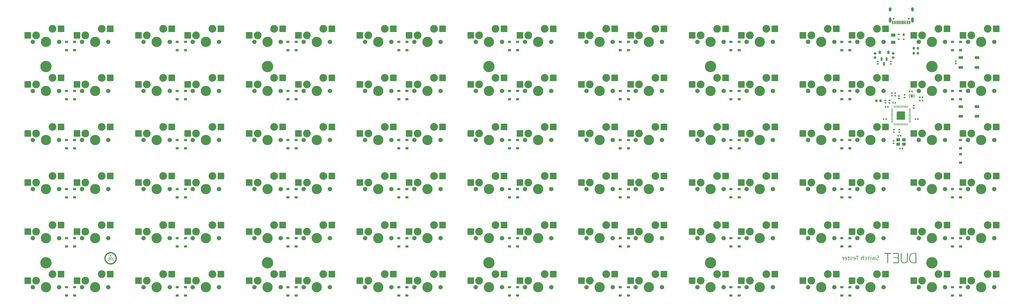
<source format=gbs>
%TF.GenerationSoftware,KiCad,Pcbnew,7.0.7*%
%TF.CreationDate,2023-09-25T11:45:10+09:00*%
%TF.ProjectId,Duet-Switch-Tester,44756574-2d53-4776-9974-63682d546573,rev?*%
%TF.SameCoordinates,Original*%
%TF.FileFunction,Soldermask,Bot*%
%TF.FilePolarity,Negative*%
%FSLAX46Y46*%
G04 Gerber Fmt 4.6, Leading zero omitted, Abs format (unit mm)*
G04 Created by KiCad (PCBNEW 7.0.7) date 2023-09-25 11:45:10*
%MOMM*%
%LPD*%
G01*
G04 APERTURE LIST*
G04 Aperture macros list*
%AMRoundRect*
0 Rectangle with rounded corners*
0 $1 Rounding radius*
0 $2 $3 $4 $5 $6 $7 $8 $9 X,Y pos of 4 corners*
0 Add a 4 corners polygon primitive as box body*
4,1,4,$2,$3,$4,$5,$6,$7,$8,$9,$2,$3,0*
0 Add four circle primitives for the rounded corners*
1,1,$1+$1,$2,$3*
1,1,$1+$1,$4,$5*
1,1,$1+$1,$6,$7*
1,1,$1+$1,$8,$9*
0 Add four rect primitives between the rounded corners*
20,1,$1+$1,$2,$3,$4,$5,0*
20,1,$1+$1,$4,$5,$6,$7,0*
20,1,$1+$1,$6,$7,$8,$9,0*
20,1,$1+$1,$8,$9,$2,$3,0*%
G04 Aperture macros list end*
%ADD10C,0.300000*%
%ADD11C,0.010000*%
%ADD12C,1.701800*%
%ADD13C,3.000000*%
%ADD14C,3.987800*%
%ADD15RoundRect,0.200000X-1.075000X-1.050000X1.075000X-1.050000X1.075000X1.050000X-1.075000X1.050000X0*%
%ADD16C,4.400000*%
%ADD17RoundRect,0.150300X0.449700X-0.299700X0.449700X0.299700X-0.449700X0.299700X-0.449700X-0.299700X0*%
%ADD18RoundRect,0.135000X0.135000X0.185000X-0.135000X0.185000X-0.135000X-0.185000X0.135000X-0.185000X0*%
%ADD19RoundRect,0.050000X-0.250000X0.550000X-0.250000X-0.550000X0.250000X-0.550000X0.250000X0.550000X0*%
%ADD20RoundRect,0.050000X0.250000X0.050000X-0.250000X0.050000X-0.250000X-0.050000X0.250000X-0.050000X0*%
%ADD21RoundRect,0.140000X0.140000X0.170000X-0.140000X0.170000X-0.140000X-0.170000X0.140000X-0.170000X0*%
%ADD22RoundRect,0.225000X0.225000X0.250000X-0.225000X0.250000X-0.225000X-0.250000X0.225000X-0.250000X0*%
%ADD23RoundRect,0.050000X0.387500X0.050000X-0.387500X0.050000X-0.387500X-0.050000X0.387500X-0.050000X0*%
%ADD24RoundRect,0.050000X0.050000X0.387500X-0.050000X0.387500X-0.050000X-0.387500X0.050000X-0.387500X0*%
%ADD25RoundRect,0.144000X1.456000X1.456000X-1.456000X1.456000X-1.456000X-1.456000X1.456000X-1.456000X0*%
%ADD26RoundRect,0.140000X-0.170000X0.140000X-0.170000X-0.140000X0.170000X-0.140000X0.170000X0.140000X0*%
%ADD27RoundRect,0.140000X0.170000X-0.140000X0.170000X0.140000X-0.170000X0.140000X-0.170000X-0.140000X0*%
%ADD28RoundRect,0.200000X0.200000X0.275000X-0.200000X0.275000X-0.200000X-0.275000X0.200000X-0.275000X0*%
%ADD29RoundRect,0.140000X-0.140000X-0.170000X0.140000X-0.170000X0.140000X0.170000X-0.140000X0.170000X0*%
%ADD30RoundRect,0.200000X-0.275000X0.200000X-0.275000X-0.200000X0.275000X-0.200000X0.275000X0.200000X0*%
%ADD31RoundRect,0.135000X-0.185000X0.135000X-0.185000X-0.135000X0.185000X-0.135000X0.185000X0.135000X0*%
%ADD32R,1.700000X1.000000*%
%ADD33RoundRect,0.135000X0.185000X-0.135000X0.185000X0.135000X-0.185000X0.135000X-0.185000X-0.135000X0*%
%ADD34RoundRect,0.150000X-0.150000X0.587500X-0.150000X-0.587500X0.150000X-0.587500X0.150000X0.587500X0*%
%ADD35R,1.400000X1.200000*%
%ADD36RoundRect,0.225000X-0.225000X-0.375000X0.225000X-0.375000X0.225000X0.375000X-0.225000X0.375000X0*%
%ADD37RoundRect,0.250000X0.625000X-0.375000X0.625000X0.375000X-0.625000X0.375000X-0.625000X-0.375000X0*%
%ADD38R,0.700000X1.000000*%
%ADD39R,0.700000X0.600000*%
%ADD40RoundRect,0.135000X-0.135000X-0.185000X0.135000X-0.185000X0.135000X0.185000X-0.135000X0.185000X0*%
%ADD41C,0.650000*%
%ADD42R,0.600000X1.450000*%
%ADD43R,0.300000X1.450000*%
%ADD44O,1.000000X1.600000*%
%ADD45O,1.000000X2.100000*%
%ADD46RoundRect,0.200000X0.275000X-0.200000X0.275000X0.200000X-0.275000X0.200000X-0.275000X-0.200000X0*%
G04 APERTURE END LIST*
D10*
G36*
X369549594Y-131532442D02*
G01*
X369579238Y-131522089D01*
X369607940Y-131511371D01*
X369635702Y-131500288D01*
X369662523Y-131488839D01*
X369688402Y-131477026D01*
X369713341Y-131464847D01*
X369737338Y-131452304D01*
X369760395Y-131439395D01*
X369782510Y-131426121D01*
X369803684Y-131412482D01*
X369823917Y-131398478D01*
X369843209Y-131384109D01*
X369861560Y-131369374D01*
X369878970Y-131354275D01*
X369895439Y-131338810D01*
X369910966Y-131322981D01*
X369925553Y-131306786D01*
X369939199Y-131290226D01*
X369951903Y-131273301D01*
X369963667Y-131256011D01*
X369974489Y-131238356D01*
X369984370Y-131220335D01*
X369993310Y-131201950D01*
X370001310Y-131183199D01*
X370008368Y-131164084D01*
X370014485Y-131144603D01*
X370019661Y-131124757D01*
X370023895Y-131104546D01*
X370027189Y-131083970D01*
X370029542Y-131063029D01*
X370030953Y-131041722D01*
X370031424Y-131020051D01*
X370030926Y-130995636D01*
X370029433Y-130971903D01*
X370026945Y-130948852D01*
X370023461Y-130926483D01*
X370018982Y-130904796D01*
X370013508Y-130883792D01*
X370007038Y-130863470D01*
X369999573Y-130843830D01*
X369991113Y-130824872D01*
X369981657Y-130806596D01*
X369971206Y-130789002D01*
X369959760Y-130772091D01*
X369947318Y-130755862D01*
X369933881Y-130740315D01*
X369919449Y-130725450D01*
X369904021Y-130711267D01*
X369887709Y-130697858D01*
X369870626Y-130685314D01*
X369852770Y-130673635D01*
X369834143Y-130662821D01*
X369814743Y-130652872D01*
X369794571Y-130643789D01*
X369773627Y-130635570D01*
X369751911Y-130628217D01*
X369729423Y-130621728D01*
X369706163Y-130616105D01*
X369682130Y-130611347D01*
X369657326Y-130607454D01*
X369631750Y-130604426D01*
X369605401Y-130602264D01*
X369578280Y-130600966D01*
X369550388Y-130600533D01*
X369524507Y-130600777D01*
X369498860Y-130601507D01*
X369473444Y-130602724D01*
X369448262Y-130604428D01*
X369423312Y-130606619D01*
X369398594Y-130609296D01*
X369374109Y-130612460D01*
X369349857Y-130616111D01*
X369325837Y-130620249D01*
X369302049Y-130624874D01*
X369278495Y-130629986D01*
X369255172Y-130635584D01*
X369232083Y-130641669D01*
X369209226Y-130648241D01*
X369186601Y-130655300D01*
X369164209Y-130662846D01*
X369149572Y-130669390D01*
X369133871Y-130678894D01*
X369119652Y-130690411D01*
X369108642Y-130701886D01*
X369098722Y-130714839D01*
X369090089Y-130728690D01*
X369083243Y-130743155D01*
X369078182Y-130758234D01*
X369074908Y-130773927D01*
X369073420Y-130790233D01*
X369073320Y-130795806D01*
X369075280Y-130813120D01*
X369081159Y-130828152D01*
X369090957Y-130840903D01*
X369104675Y-130851371D01*
X369120303Y-130858465D01*
X369136228Y-130861492D01*
X369152451Y-130860450D01*
X369168972Y-130855340D01*
X369191849Y-130845535D01*
X369214739Y-130836363D01*
X369237641Y-130827824D01*
X369260555Y-130819917D01*
X369283482Y-130812643D01*
X369306422Y-130806001D01*
X369329373Y-130799991D01*
X369352337Y-130794615D01*
X369375314Y-130789871D01*
X369398303Y-130785759D01*
X369421304Y-130782280D01*
X369444318Y-130779434D01*
X369467344Y-130777220D01*
X369490382Y-130775638D01*
X369513433Y-130774689D01*
X369536496Y-130774373D01*
X369552907Y-130774612D01*
X369568899Y-130775328D01*
X369592102Y-130777298D01*
X369614364Y-130780342D01*
X369635683Y-130784461D01*
X369656061Y-130789654D01*
X369675497Y-130795921D01*
X369693991Y-130803263D01*
X369711543Y-130811679D01*
X369728153Y-130821170D01*
X369743821Y-130831735D01*
X369748835Y-130835495D01*
X369762950Y-130847436D01*
X369775677Y-130860485D01*
X369787015Y-130874645D01*
X369796965Y-130889913D01*
X369805526Y-130906291D01*
X369812699Y-130923778D01*
X369818484Y-130942374D01*
X369822881Y-130962080D01*
X369825889Y-130982894D01*
X369827508Y-131004819D01*
X369827817Y-131020051D01*
X369826682Y-131046435D01*
X369823278Y-131071908D01*
X369817603Y-131096469D01*
X369809659Y-131120118D01*
X369799445Y-131142856D01*
X369786962Y-131164682D01*
X369772208Y-131185596D01*
X369755185Y-131205599D01*
X369735892Y-131224690D01*
X369714330Y-131242870D01*
X369690498Y-131260138D01*
X369664396Y-131276495D01*
X369650493Y-131284331D01*
X369636024Y-131291939D01*
X369620987Y-131299320D01*
X369605382Y-131306472D01*
X369589210Y-131313397D01*
X369572471Y-131320094D01*
X369555164Y-131326563D01*
X369537290Y-131332804D01*
X369519521Y-131338737D01*
X369502084Y-131344728D01*
X369484979Y-131350777D01*
X369468206Y-131356884D01*
X369451764Y-131363050D01*
X369435654Y-131369273D01*
X369419876Y-131375555D01*
X369404430Y-131381895D01*
X369389315Y-131388293D01*
X369374532Y-131394749D01*
X369345962Y-131407836D01*
X369318719Y-131421155D01*
X369292803Y-131434707D01*
X369268214Y-131448491D01*
X369244952Y-131462508D01*
X369223018Y-131476757D01*
X369202410Y-131491239D01*
X369183130Y-131505954D01*
X369165177Y-131520901D01*
X369148550Y-131536081D01*
X369133251Y-131551493D01*
X369119073Y-131567297D01*
X369105810Y-131583654D01*
X369093461Y-131600562D01*
X369082027Y-131618022D01*
X369071508Y-131636035D01*
X369061903Y-131654599D01*
X369053214Y-131673715D01*
X369045438Y-131693383D01*
X369038578Y-131713603D01*
X369032632Y-131734374D01*
X369027601Y-131755698D01*
X369023485Y-131777574D01*
X369020284Y-131800002D01*
X369017997Y-131822981D01*
X369016625Y-131846513D01*
X369016168Y-131870596D01*
X369016710Y-131898893D01*
X369018338Y-131926335D01*
X369021051Y-131952921D01*
X369024850Y-131978651D01*
X369029733Y-132003525D01*
X369035702Y-132027543D01*
X369042756Y-132050706D01*
X369050896Y-132073012D01*
X369060120Y-132094463D01*
X369070430Y-132115058D01*
X369081826Y-132134798D01*
X369094306Y-132153681D01*
X369107872Y-132171709D01*
X369122523Y-132188881D01*
X369138259Y-132205197D01*
X369155081Y-132220657D01*
X369172939Y-132235172D01*
X369191787Y-132248750D01*
X369211624Y-132261392D01*
X369232450Y-132273097D01*
X369254266Y-132283866D01*
X369277070Y-132293698D01*
X369300863Y-132302594D01*
X369325646Y-132310554D01*
X369351418Y-132317577D01*
X369378179Y-132323664D01*
X369405929Y-132328814D01*
X369434668Y-132333028D01*
X369464396Y-132336305D01*
X369495114Y-132338647D01*
X369526821Y-132340051D01*
X369543045Y-132340402D01*
X369559516Y-132340519D01*
X369584268Y-132340237D01*
X369608713Y-132339391D01*
X369632850Y-132337980D01*
X369656681Y-132336005D01*
X369680205Y-132333465D01*
X369703422Y-132330361D01*
X369726331Y-132326693D01*
X369748934Y-132322461D01*
X369771230Y-132317664D01*
X369793219Y-132312303D01*
X369814901Y-132306377D01*
X369836276Y-132299887D01*
X369857344Y-132292833D01*
X369878105Y-132285215D01*
X369898559Y-132277032D01*
X369918706Y-132268285D01*
X369934381Y-132260313D01*
X369948515Y-132251280D01*
X369961107Y-132241187D01*
X369975497Y-132226080D01*
X369987147Y-132209088D01*
X369996055Y-132190211D01*
X370000937Y-132174816D01*
X370004278Y-132158360D01*
X370006077Y-132140844D01*
X370006420Y-132128578D01*
X370004460Y-132111338D01*
X369998581Y-132096528D01*
X369987282Y-132082774D01*
X369975065Y-132074203D01*
X369959214Y-132067654D01*
X369943413Y-132065471D01*
X369927661Y-132067654D01*
X369911959Y-132074203D01*
X369892728Y-132084825D01*
X369873237Y-132094761D01*
X369853485Y-132104012D01*
X369833473Y-132112578D01*
X369813200Y-132120458D01*
X369792667Y-132127654D01*
X369771873Y-132134164D01*
X369750819Y-132139988D01*
X369729505Y-132145128D01*
X369707930Y-132149582D01*
X369686095Y-132153351D01*
X369663999Y-132156435D01*
X369641642Y-132158833D01*
X369619026Y-132160546D01*
X369596148Y-132161574D01*
X369573011Y-132161917D01*
X369551571Y-132161632D01*
X369530813Y-132160779D01*
X369510735Y-132159356D01*
X369491337Y-132157365D01*
X369472620Y-132154804D01*
X369454584Y-132151675D01*
X369437229Y-132147977D01*
X369420554Y-132143709D01*
X369404559Y-132138873D01*
X369389245Y-132133468D01*
X369360660Y-132120950D01*
X369334796Y-132106156D01*
X369311656Y-132089087D01*
X369291237Y-132069741D01*
X369273541Y-132048120D01*
X369258568Y-132024222D01*
X369246317Y-131998049D01*
X369236788Y-131969600D01*
X369229982Y-131938874D01*
X369227600Y-131922658D01*
X369225898Y-131905873D01*
X369224877Y-131888519D01*
X369224537Y-131870596D01*
X369225196Y-131848762D01*
X369227174Y-131827611D01*
X369230471Y-131807143D01*
X369235086Y-131787360D01*
X369241020Y-131768260D01*
X369248272Y-131749844D01*
X369256843Y-131732112D01*
X369266732Y-131715063D01*
X369277940Y-131698698D01*
X369290467Y-131683017D01*
X369299550Y-131672943D01*
X369314494Y-131658220D01*
X369331196Y-131643817D01*
X369349657Y-131629736D01*
X369362940Y-131620527D01*
X369377005Y-131611460D01*
X369391852Y-131602536D01*
X369407479Y-131593755D01*
X369423888Y-131585117D01*
X369441079Y-131576620D01*
X369459051Y-131568267D01*
X369477804Y-131560056D01*
X369497339Y-131551988D01*
X369517655Y-131544063D01*
X369538752Y-131536280D01*
X369549594Y-131532442D01*
G37*
G36*
X368579980Y-132198828D02*
G01*
X368851853Y-131210560D01*
X368854813Y-131193345D01*
X368854317Y-131176776D01*
X368850364Y-131160853D01*
X368842954Y-131145575D01*
X368837168Y-131137135D01*
X368825200Y-131123990D01*
X368811523Y-131114073D01*
X368796137Y-131107385D01*
X368779042Y-131103926D01*
X368768505Y-131103399D01*
X368751845Y-131104390D01*
X368735799Y-131107362D01*
X368720366Y-131112315D01*
X368705548Y-131119250D01*
X368691343Y-131128166D01*
X368686745Y-131131578D01*
X368673852Y-131142611D01*
X368662857Y-131154871D01*
X368653759Y-131168359D01*
X368646559Y-131183075D01*
X368641257Y-131199019D01*
X368639911Y-131204607D01*
X368412888Y-132150010D01*
X368423604Y-132151598D01*
X368433923Y-132150010D01*
X368218806Y-131227230D01*
X368213405Y-131210608D01*
X368206628Y-131194975D01*
X368198475Y-131180329D01*
X368188946Y-131166673D01*
X368178041Y-131154004D01*
X368165760Y-131142324D01*
X368160463Y-131137929D01*
X368146529Y-131127981D01*
X368132013Y-131119720D01*
X368116917Y-131113144D01*
X368101239Y-131108255D01*
X368084979Y-131105051D01*
X368068138Y-131103534D01*
X368061239Y-131103399D01*
X368044032Y-131104252D01*
X368027387Y-131106810D01*
X368011304Y-131111073D01*
X367995782Y-131117042D01*
X367980823Y-131124716D01*
X367966426Y-131134096D01*
X367960825Y-131138326D01*
X367947604Y-131149610D01*
X367935972Y-131161883D01*
X367925930Y-131175145D01*
X367917476Y-131189395D01*
X367910612Y-131204633D01*
X367905337Y-131220859D01*
X367903672Y-131227627D01*
X367690539Y-132150010D01*
X367698874Y-132141278D01*
X367709193Y-132150010D01*
X367482567Y-131201829D01*
X367477050Y-131186285D01*
X367470027Y-131171801D01*
X367461497Y-131158378D01*
X367451460Y-131146015D01*
X367439916Y-131134713D01*
X367435733Y-131131181D01*
X367422408Y-131121740D01*
X367408329Y-131114251D01*
X367390951Y-131107984D01*
X367375240Y-131104728D01*
X367358775Y-131103426D01*
X367355957Y-131103399D01*
X367338870Y-131105013D01*
X367323378Y-131109856D01*
X367309481Y-131117928D01*
X367297180Y-131129228D01*
X367290867Y-131137135D01*
X367281946Y-131152084D01*
X367276368Y-131167414D01*
X367274085Y-131185398D01*
X367275670Y-131201541D01*
X367277372Y-131208576D01*
X367549245Y-132198828D01*
X367554646Y-132214516D01*
X367561423Y-132229332D01*
X367569576Y-132243275D01*
X367579105Y-132256347D01*
X367590010Y-132268546D01*
X367602291Y-132279874D01*
X367607588Y-132284160D01*
X367621360Y-132293765D01*
X367635635Y-132301742D01*
X367650414Y-132308090D01*
X367665696Y-132312811D01*
X367681483Y-132315904D01*
X367697773Y-132317369D01*
X367704431Y-132317500D01*
X367720933Y-132316656D01*
X367736950Y-132314127D01*
X367752483Y-132309912D01*
X367767531Y-132304011D01*
X367782095Y-132296424D01*
X367796174Y-132287151D01*
X367801670Y-132282970D01*
X367814492Y-132271743D01*
X367825918Y-132259644D01*
X367835949Y-132246674D01*
X367844584Y-132232831D01*
X367851824Y-132218116D01*
X367857669Y-132202529D01*
X367859617Y-132196050D01*
X368075130Y-131286764D01*
X368064811Y-131285177D01*
X368054095Y-131286764D01*
X368269609Y-132195653D01*
X368274105Y-132211598D01*
X368280151Y-132226691D01*
X368287748Y-132240931D01*
X368296895Y-132254319D01*
X368307593Y-132266854D01*
X368319841Y-132278536D01*
X368325174Y-132282970D01*
X368339059Y-132292917D01*
X368353429Y-132301179D01*
X368368284Y-132307754D01*
X368383623Y-132312644D01*
X368399446Y-132315847D01*
X368415754Y-132317365D01*
X368422413Y-132317500D01*
X368438934Y-132316686D01*
X368455010Y-132314244D01*
X368470639Y-132310174D01*
X368485823Y-132304476D01*
X368500561Y-132297151D01*
X368514854Y-132288198D01*
X368520446Y-132284160D01*
X368533620Y-132273182D01*
X368545361Y-132261331D01*
X368555667Y-132248608D01*
X368564539Y-132235014D01*
X368571977Y-132220547D01*
X368577980Y-132205208D01*
X368579980Y-132198828D01*
G37*
G36*
X366764981Y-132286542D02*
G01*
X366778707Y-132298604D01*
X366793838Y-132307704D01*
X366810375Y-132313841D01*
X366828317Y-132317016D01*
X366839200Y-132317500D01*
X366855368Y-132316411D01*
X366872960Y-132312390D01*
X366889184Y-132305407D01*
X366904042Y-132295460D01*
X366913817Y-132286542D01*
X366925415Y-132272330D01*
X366934165Y-132257131D01*
X366940066Y-132240945D01*
X366943119Y-132223770D01*
X366943584Y-132213513D01*
X366943584Y-131207385D01*
X366942159Y-131189666D01*
X366937886Y-131172972D01*
X366930764Y-131157303D01*
X366920793Y-131142660D01*
X366913817Y-131134754D01*
X366902003Y-131124098D01*
X366886950Y-131114453D01*
X366870530Y-131107808D01*
X366852743Y-131104164D01*
X366839200Y-131103399D01*
X366823047Y-131104501D01*
X366805507Y-131108574D01*
X366789372Y-131115647D01*
X366774642Y-131125721D01*
X366764981Y-131134754D01*
X366753382Y-131148810D01*
X366744633Y-131163893D01*
X366738731Y-131180001D01*
X366735679Y-131197134D01*
X366735214Y-131207385D01*
X366735214Y-132213513D01*
X366736638Y-132231252D01*
X366740912Y-132248003D01*
X366748034Y-132263766D01*
X366758005Y-132278542D01*
X366764981Y-132286542D01*
G37*
G36*
X366765378Y-130817635D02*
G01*
X366779085Y-130829233D01*
X366794159Y-130837983D01*
X366810601Y-130843884D01*
X366828410Y-130846937D01*
X366839200Y-130847402D01*
X366855233Y-130846355D01*
X366872703Y-130842489D01*
X366888843Y-130835774D01*
X366903654Y-130826210D01*
X366913420Y-130817635D01*
X366925173Y-130803773D01*
X366934040Y-130788582D01*
X366940019Y-130772062D01*
X366943112Y-130754212D01*
X366943584Y-130743415D01*
X366943584Y-130681500D01*
X366942159Y-130663780D01*
X366937886Y-130647086D01*
X366930764Y-130631418D01*
X366920793Y-130616775D01*
X366913817Y-130608868D01*
X366902003Y-130598212D01*
X366886950Y-130588567D01*
X366870530Y-130581923D01*
X366852743Y-130578279D01*
X366839200Y-130577513D01*
X366823047Y-130578616D01*
X366805507Y-130582688D01*
X366789372Y-130589761D01*
X366774642Y-130599835D01*
X366764981Y-130608868D01*
X366753382Y-130622925D01*
X366744633Y-130638007D01*
X366738731Y-130654115D01*
X366735679Y-130671249D01*
X366735214Y-130681500D01*
X366735214Y-130743415D01*
X366736275Y-130759448D01*
X366740192Y-130776918D01*
X366746997Y-130793058D01*
X366756688Y-130807869D01*
X366765378Y-130817635D01*
G37*
G36*
X366305774Y-131311769D02*
G01*
X366322518Y-131310330D01*
X366337823Y-131306014D01*
X366353322Y-131297718D01*
X366364118Y-131288749D01*
X366374189Y-131276321D01*
X366382079Y-131260620D01*
X366386036Y-131245135D01*
X366387137Y-131230405D01*
X366385699Y-131213686D01*
X366380641Y-131196656D01*
X366371941Y-131181510D01*
X366364118Y-131172459D01*
X366351690Y-131162214D01*
X366335989Y-131154187D01*
X366320504Y-131150162D01*
X366305774Y-131149042D01*
X366139078Y-131149042D01*
X366131140Y-131141104D01*
X366131140Y-130814063D01*
X366129754Y-130796457D01*
X366125595Y-130780105D01*
X366118663Y-130765006D01*
X366108958Y-130751161D01*
X366102167Y-130743812D01*
X366088884Y-130732523D01*
X366074385Y-130724006D01*
X366058670Y-130718263D01*
X366041740Y-130715292D01*
X366031520Y-130714839D01*
X366013895Y-130716225D01*
X365997486Y-130720385D01*
X365982293Y-130727317D01*
X365968314Y-130737022D01*
X365960873Y-130743812D01*
X365949583Y-130756941D01*
X365941067Y-130771324D01*
X365935323Y-130786959D01*
X365932352Y-130803849D01*
X365931899Y-130814063D01*
X365931899Y-131141104D01*
X365923961Y-131149042D01*
X365581045Y-131149042D01*
X365564325Y-131150505D01*
X365547295Y-131155651D01*
X365532149Y-131164500D01*
X365523098Y-131172459D01*
X365512853Y-131184713D01*
X365504826Y-131200278D01*
X365500802Y-131215694D01*
X365499681Y-131230405D01*
X365501145Y-131247149D01*
X365505535Y-131262454D01*
X365513974Y-131277953D01*
X365523098Y-131288749D01*
X365536988Y-131299876D01*
X365552763Y-131307362D01*
X365568366Y-131310959D01*
X365581045Y-131311769D01*
X365923961Y-131311769D01*
X365931899Y-131319310D01*
X365931899Y-131922986D01*
X365931743Y-131942541D01*
X365931273Y-131961218D01*
X365930490Y-131979018D01*
X365929394Y-131995940D01*
X365927985Y-132011985D01*
X365925284Y-132034407D01*
X365921878Y-132054854D01*
X365917767Y-132073328D01*
X365912952Y-132089826D01*
X365905436Y-132108753D01*
X365896667Y-132124170D01*
X365891813Y-132130562D01*
X365877397Y-132144169D01*
X365863142Y-132153393D01*
X365846470Y-132161142D01*
X365827378Y-132167415D01*
X365811473Y-132171151D01*
X365794207Y-132174057D01*
X365775580Y-132176132D01*
X365755593Y-132177377D01*
X365734246Y-132177793D01*
X365716764Y-132177619D01*
X365700038Y-132177098D01*
X365684070Y-132176230D01*
X365665173Y-132174656D01*
X365647458Y-132172540D01*
X365630925Y-132169881D01*
X365615574Y-132166680D01*
X365598890Y-132165438D01*
X365582770Y-132167963D01*
X365567216Y-132174256D01*
X365558818Y-132179380D01*
X365545772Y-132190717D01*
X365536995Y-132204189D01*
X365532488Y-132219796D01*
X365531830Y-132229389D01*
X365533219Y-132247175D01*
X365537386Y-132264018D01*
X365544332Y-132279919D01*
X365554056Y-132294877D01*
X365565938Y-132307726D01*
X365579358Y-132317698D01*
X365594316Y-132324792D01*
X365610812Y-132329009D01*
X365626489Y-132331707D01*
X365643159Y-132334045D01*
X365660820Y-132336023D01*
X365679474Y-132337642D01*
X365699121Y-132338901D01*
X365719759Y-132339800D01*
X365735889Y-132340238D01*
X365752577Y-132340474D01*
X365764013Y-132340519D01*
X365789366Y-132340178D01*
X365813730Y-132339155D01*
X365837105Y-132337450D01*
X365859491Y-132335062D01*
X365880888Y-132331992D01*
X365901295Y-132328240D01*
X365920713Y-132323806D01*
X365939143Y-132318690D01*
X365956583Y-132312892D01*
X365973034Y-132306411D01*
X365988496Y-132299249D01*
X366002968Y-132291404D01*
X366016452Y-132282877D01*
X366034823Y-132268807D01*
X366050968Y-132253203D01*
X366065295Y-132235535D01*
X366078214Y-132215426D01*
X366086043Y-132200664D01*
X366093246Y-132184816D01*
X366099823Y-132167883D01*
X366105773Y-132149864D01*
X366111097Y-132130761D01*
X366115795Y-132110572D01*
X366119866Y-132089297D01*
X366123311Y-132066938D01*
X366126130Y-132043493D01*
X366128322Y-132018963D01*
X366129888Y-131993348D01*
X366130827Y-131966648D01*
X366131140Y-131938862D01*
X366131140Y-131319310D01*
X366139078Y-131311769D01*
X366305774Y-131311769D01*
G37*
G36*
X364717799Y-132340519D02*
G01*
X364734890Y-132340363D01*
X364751735Y-132339893D01*
X364768332Y-132339110D01*
X364784682Y-132338014D01*
X364800784Y-132336605D01*
X364816639Y-132334882D01*
X364847608Y-132330498D01*
X364877588Y-132324861D01*
X364906578Y-132317971D01*
X364934579Y-132309828D01*
X364961591Y-132300433D01*
X364987614Y-132289785D01*
X365012648Y-132277884D01*
X365036693Y-132264731D01*
X365059748Y-132250325D01*
X365081815Y-132234666D01*
X365102892Y-132217755D01*
X365122980Y-132199591D01*
X365142079Y-132180174D01*
X365160102Y-132159501D01*
X365176962Y-132137669D01*
X365192660Y-132114677D01*
X365207195Y-132090525D01*
X365220567Y-132065214D01*
X365232776Y-132038743D01*
X365243822Y-132011112D01*
X365253706Y-131982322D01*
X365262426Y-131952372D01*
X365266351Y-131936962D01*
X365269985Y-131921262D01*
X365273328Y-131905272D01*
X365276380Y-131888993D01*
X365279141Y-131872423D01*
X365281612Y-131855564D01*
X365283793Y-131838414D01*
X365285682Y-131820975D01*
X365287281Y-131803246D01*
X365288589Y-131785227D01*
X365289606Y-131766918D01*
X365290333Y-131748318D01*
X365290769Y-131729430D01*
X365290915Y-131710251D01*
X365290774Y-131691242D01*
X365290352Y-131672516D01*
X365289648Y-131654073D01*
X365288663Y-131635914D01*
X365287397Y-131618037D01*
X365285849Y-131600443D01*
X365284020Y-131583132D01*
X365281910Y-131566104D01*
X365279518Y-131549358D01*
X365276845Y-131532896D01*
X365273890Y-131516717D01*
X365270654Y-131500821D01*
X365267137Y-131485207D01*
X365259258Y-131454829D01*
X365250253Y-131425583D01*
X365240123Y-131397469D01*
X365228868Y-131370486D01*
X365216486Y-131344635D01*
X365202980Y-131319916D01*
X365188347Y-131296329D01*
X365172589Y-131273873D01*
X365155706Y-131252549D01*
X365146842Y-131242312D01*
X365128326Y-131222703D01*
X365108895Y-131204359D01*
X365088549Y-131187280D01*
X365067289Y-131171466D01*
X365045114Y-131156918D01*
X365022025Y-131143634D01*
X364998020Y-131131616D01*
X364973101Y-131120862D01*
X364947267Y-131111374D01*
X364920519Y-131103151D01*
X364892856Y-131096193D01*
X364864278Y-131090500D01*
X364834785Y-131086072D01*
X364804378Y-131082909D01*
X364773055Y-131081011D01*
X364757051Y-131080537D01*
X364740819Y-131080379D01*
X364718151Y-131080606D01*
X364695247Y-131081286D01*
X364672105Y-131082420D01*
X364648727Y-131084007D01*
X364625111Y-131086047D01*
X364609235Y-131087660D01*
X364593254Y-131089474D01*
X364577167Y-131091489D01*
X364560975Y-131093706D01*
X364544677Y-131096125D01*
X364528275Y-131098745D01*
X364511766Y-131101567D01*
X364495152Y-131104590D01*
X364486806Y-131106177D01*
X364469467Y-131111337D01*
X364453566Y-131119275D01*
X364439104Y-131129991D01*
X364427630Y-131141646D01*
X364426081Y-131143485D01*
X364416338Y-131156809D01*
X364408988Y-131171083D01*
X364404031Y-131186307D01*
X364401467Y-131202480D01*
X364401077Y-131212148D01*
X364402912Y-131228297D01*
X364409366Y-131244270D01*
X364420466Y-131257920D01*
X364430447Y-131265729D01*
X364445182Y-131273567D01*
X364462351Y-131278353D01*
X364480149Y-131278870D01*
X364492363Y-131276842D01*
X364514003Y-131271593D01*
X364535762Y-131266861D01*
X364557640Y-131262644D01*
X364579636Y-131258944D01*
X364601751Y-131255761D01*
X364623984Y-131253093D01*
X364646336Y-131250942D01*
X364668807Y-131249307D01*
X364691396Y-131248189D01*
X364714104Y-131247586D01*
X364729309Y-131247472D01*
X364751041Y-131247924D01*
X364772083Y-131249279D01*
X364792436Y-131251539D01*
X364812098Y-131254703D01*
X364831071Y-131258770D01*
X364849354Y-131263741D01*
X364866947Y-131269616D01*
X364883849Y-131276395D01*
X364900062Y-131284078D01*
X364915586Y-131292665D01*
X364930419Y-131302155D01*
X364944562Y-131312550D01*
X364958015Y-131323848D01*
X364970779Y-131336050D01*
X364982852Y-131349156D01*
X364994236Y-131363166D01*
X365004929Y-131378080D01*
X365014933Y-131393898D01*
X365024247Y-131410619D01*
X365032871Y-131428245D01*
X365040805Y-131446774D01*
X365048049Y-131466207D01*
X365054603Y-131486544D01*
X365060468Y-131507785D01*
X365065642Y-131529930D01*
X365070126Y-131552978D01*
X365073921Y-131576931D01*
X365077026Y-131601787D01*
X365079440Y-131627547D01*
X365081165Y-131654211D01*
X365082200Y-131681779D01*
X365082545Y-131710251D01*
X365082184Y-131739999D01*
X365081100Y-131768718D01*
X365079294Y-131796408D01*
X365076765Y-131823068D01*
X365073514Y-131848699D01*
X365069540Y-131873300D01*
X365064844Y-131896872D01*
X365059426Y-131919414D01*
X365053285Y-131940927D01*
X365046421Y-131961411D01*
X365038835Y-131980865D01*
X365030527Y-131999289D01*
X365021496Y-132016684D01*
X365011743Y-132033050D01*
X365001267Y-132048386D01*
X364990068Y-132062693D01*
X364978078Y-132076054D01*
X364965325Y-132088553D01*
X364951808Y-132100190D01*
X364937529Y-132110965D01*
X364922488Y-132120879D01*
X364906683Y-132129930D01*
X364890116Y-132138119D01*
X364872786Y-132145446D01*
X364854693Y-132151911D01*
X364835838Y-132157514D01*
X364816219Y-132162255D01*
X364795838Y-132166134D01*
X364774694Y-132169151D01*
X364752787Y-132171306D01*
X364730118Y-132172599D01*
X364706686Y-132173030D01*
X364683223Y-132172737D01*
X364660165Y-132171858D01*
X364637512Y-132170393D01*
X364615263Y-132168342D01*
X364593420Y-132165704D01*
X364571980Y-132162481D01*
X364550946Y-132158672D01*
X364530316Y-132154277D01*
X364510090Y-132149295D01*
X364490270Y-132143728D01*
X364477281Y-132139691D01*
X364460087Y-132135697D01*
X364443332Y-132136663D01*
X364427017Y-132142590D01*
X364418143Y-132148025D01*
X364405815Y-132158841D01*
X364396156Y-132173143D01*
X364390954Y-132189706D01*
X364389964Y-132202003D01*
X364391065Y-132218486D01*
X364394370Y-132234246D01*
X364399878Y-132249285D01*
X364407588Y-132263602D01*
X364412984Y-132271460D01*
X364423815Y-132283862D01*
X364436165Y-132294326D01*
X364450034Y-132302854D01*
X364465423Y-132309444D01*
X364474899Y-132312340D01*
X364495513Y-132317376D01*
X364516573Y-132321917D01*
X364538080Y-132325962D01*
X364560033Y-132329512D01*
X364582433Y-132332566D01*
X364605279Y-132335126D01*
X364628572Y-132337190D01*
X364652311Y-132338758D01*
X364668385Y-132339529D01*
X364684658Y-132340079D01*
X364701129Y-132340409D01*
X364717799Y-132340519D01*
G37*
G36*
X363906149Y-132288526D02*
G01*
X363919297Y-132299816D01*
X363933736Y-132308332D01*
X363949467Y-132314076D01*
X363966490Y-132317047D01*
X363976796Y-132317500D01*
X363994478Y-132316132D01*
X364011058Y-132312030D01*
X364026537Y-132305193D01*
X364040914Y-132295621D01*
X364048634Y-132288923D01*
X364060233Y-132275621D01*
X364068983Y-132261064D01*
X364074884Y-132245255D01*
X364077936Y-132228192D01*
X364078401Y-132217879D01*
X364078401Y-130677134D01*
X364076977Y-130659374D01*
X364072704Y-130642905D01*
X364065582Y-130627728D01*
X364055611Y-130613842D01*
X364048634Y-130606487D01*
X364034887Y-130595197D01*
X364020038Y-130586681D01*
X364004087Y-130580937D01*
X363987035Y-130577966D01*
X363976796Y-130577513D01*
X363959036Y-130578900D01*
X363942567Y-130583059D01*
X363927390Y-130589991D01*
X363913504Y-130599696D01*
X363906149Y-130606487D01*
X363894860Y-130619770D01*
X363886343Y-130634269D01*
X363880599Y-130649984D01*
X363877629Y-130666914D01*
X363877176Y-130677134D01*
X363877176Y-131294305D01*
X363887892Y-131291924D01*
X363892258Y-131285970D01*
X363881711Y-131273322D01*
X363871055Y-131261075D01*
X363860291Y-131249229D01*
X363838437Y-131226742D01*
X363816149Y-131205862D01*
X363793426Y-131186588D01*
X363770270Y-131168920D01*
X363746680Y-131152858D01*
X363722655Y-131138402D01*
X363698197Y-131125553D01*
X363673304Y-131114310D01*
X363647977Y-131104672D01*
X363622216Y-131096642D01*
X363596021Y-131090217D01*
X363569392Y-131085398D01*
X363542329Y-131082186D01*
X363514831Y-131080580D01*
X363500920Y-131080379D01*
X363474636Y-131080847D01*
X363449268Y-131082252D01*
X363424814Y-131084593D01*
X363401274Y-131087870D01*
X363378650Y-131092084D01*
X363356940Y-131097235D01*
X363336145Y-131103321D01*
X363316265Y-131110344D01*
X363297299Y-131118304D01*
X363279248Y-131127200D01*
X363262112Y-131137033D01*
X363245890Y-131147801D01*
X363230583Y-131159507D01*
X363216191Y-131172148D01*
X363202714Y-131185727D01*
X363190151Y-131200241D01*
X363178376Y-131215787D01*
X363167361Y-131232557D01*
X363157105Y-131250552D01*
X363147609Y-131269772D01*
X363138873Y-131290217D01*
X363130896Y-131311886D01*
X363123679Y-131334781D01*
X363117222Y-131358900D01*
X363111524Y-131384244D01*
X363106586Y-131410812D01*
X363102408Y-131438606D01*
X363098990Y-131467624D01*
X363096331Y-131497867D01*
X363094431Y-131529335D01*
X363093767Y-131545528D01*
X363093292Y-131562028D01*
X363093007Y-131578833D01*
X363092912Y-131595945D01*
X363092912Y-132217879D01*
X363094242Y-132235504D01*
X363098230Y-132251913D01*
X363104877Y-132267106D01*
X363114183Y-132281084D01*
X363120695Y-132288526D01*
X363133379Y-132299816D01*
X363147468Y-132308332D01*
X363162963Y-132314076D01*
X363179863Y-132317047D01*
X363190151Y-132317500D01*
X363207776Y-132316113D01*
X363224185Y-132311954D01*
X363239379Y-132305022D01*
X363253357Y-132295317D01*
X363260799Y-132288526D01*
X363272088Y-132275243D01*
X363280604Y-132260744D01*
X363286348Y-132245029D01*
X363289319Y-132228099D01*
X363289772Y-132217879D01*
X363289772Y-131625712D01*
X363289997Y-131598026D01*
X363290671Y-131571524D01*
X363291795Y-131546206D01*
X363293369Y-131522073D01*
X363295392Y-131499124D01*
X363297865Y-131477360D01*
X363300787Y-131456781D01*
X363304159Y-131437386D01*
X363307981Y-131419175D01*
X363312252Y-131402149D01*
X363316973Y-131386307D01*
X363324897Y-131364766D01*
X363333833Y-131345889D01*
X363343781Y-131329678D01*
X363347322Y-131324866D01*
X363358788Y-131311460D01*
X363371754Y-131299373D01*
X363386220Y-131288605D01*
X363402186Y-131279155D01*
X363419652Y-131271024D01*
X363438618Y-131264211D01*
X363459084Y-131258717D01*
X363481050Y-131254541D01*
X363504516Y-131251684D01*
X363520994Y-131250512D01*
X363538138Y-131249926D01*
X363546960Y-131249853D01*
X363568198Y-131250816D01*
X363589345Y-131253704D01*
X363610402Y-131258518D01*
X363631368Y-131265257D01*
X363652243Y-131273922D01*
X363673028Y-131284513D01*
X363686834Y-131292643D01*
X363700600Y-131301629D01*
X363714325Y-131311471D01*
X363728010Y-131322168D01*
X363741655Y-131333722D01*
X363755259Y-131346131D01*
X363768824Y-131359396D01*
X363781944Y-131373058D01*
X363794219Y-131386757D01*
X363805646Y-131400493D01*
X363816228Y-131414267D01*
X363825963Y-131428077D01*
X363834851Y-131441925D01*
X363842893Y-131455810D01*
X363853368Y-131476708D01*
X363861939Y-131497689D01*
X363868605Y-131518754D01*
X363873367Y-131539902D01*
X363876224Y-131561135D01*
X363877176Y-131582451D01*
X363877176Y-132217879D01*
X363878562Y-132235504D01*
X363882722Y-132251913D01*
X363889654Y-132267106D01*
X363899359Y-132281084D01*
X363906149Y-132288526D01*
G37*
G36*
X362124092Y-130804140D02*
G01*
X362141903Y-130802478D01*
X362158424Y-130797492D01*
X362173655Y-130789182D01*
X362187595Y-130777548D01*
X362197957Y-130765402D01*
X362206682Y-130750264D01*
X362212084Y-130733786D01*
X362214161Y-130715970D01*
X362214187Y-130713648D01*
X362212525Y-130695664D01*
X362207539Y-130679019D01*
X362199229Y-130663714D01*
X362187595Y-130649748D01*
X362175468Y-130639387D01*
X362160398Y-130630661D01*
X362144039Y-130625260D01*
X362126389Y-130623182D01*
X362124092Y-130623156D01*
X361104470Y-130623156D01*
X361086486Y-130624818D01*
X361069841Y-130629804D01*
X361054536Y-130638114D01*
X361040570Y-130649748D01*
X361030208Y-130661895D01*
X361021483Y-130677033D01*
X361016082Y-130693510D01*
X361014004Y-130711327D01*
X361013978Y-130713648D01*
X361015640Y-130731633D01*
X361020626Y-130748277D01*
X361028936Y-130763583D01*
X361040570Y-130777548D01*
X361052717Y-130787910D01*
X361067855Y-130796635D01*
X361084332Y-130802037D01*
X361102149Y-130804114D01*
X361104470Y-130804140D01*
X361502158Y-130804140D01*
X361510096Y-130812078D01*
X361510096Y-132213513D01*
X361511521Y-132231252D01*
X361515794Y-132248003D01*
X361522916Y-132263766D01*
X361532887Y-132278542D01*
X361539863Y-132286542D01*
X361553589Y-132298604D01*
X361568720Y-132307704D01*
X361585257Y-132313841D01*
X361603199Y-132317016D01*
X361614083Y-132317500D01*
X361630236Y-132316411D01*
X361647777Y-132312390D01*
X361663912Y-132305407D01*
X361678641Y-132295460D01*
X361688302Y-132286542D01*
X361699901Y-132272330D01*
X361708651Y-132257131D01*
X361714552Y-132240945D01*
X361717604Y-132223770D01*
X361718069Y-132213513D01*
X361718069Y-130812078D01*
X361726007Y-130804140D01*
X362124092Y-130804140D01*
G37*
G36*
X360515761Y-131080979D02*
G01*
X360545779Y-131082779D01*
X360574972Y-131085779D01*
X360603341Y-131089979D01*
X360630885Y-131095379D01*
X360657604Y-131101979D01*
X360683498Y-131109779D01*
X360708568Y-131118779D01*
X360732812Y-131128978D01*
X360756232Y-131140378D01*
X360778827Y-131152978D01*
X360800598Y-131166778D01*
X360821543Y-131181778D01*
X360841664Y-131197978D01*
X360860960Y-131215377D01*
X360879431Y-131233977D01*
X360888295Y-131243742D01*
X360905178Y-131264263D01*
X360920936Y-131286104D01*
X360935568Y-131309267D01*
X360949075Y-131333750D01*
X360961457Y-131359555D01*
X360972712Y-131386680D01*
X360982842Y-131415126D01*
X360991847Y-131444893D01*
X360995927Y-131460272D01*
X360999726Y-131475981D01*
X361003243Y-131492021D01*
X361006479Y-131508390D01*
X361009434Y-131525090D01*
X361012107Y-131542120D01*
X361014499Y-131559480D01*
X361016609Y-131577171D01*
X361018438Y-131595192D01*
X361019986Y-131613543D01*
X361021252Y-131632224D01*
X361022237Y-131651235D01*
X361022941Y-131670577D01*
X361023363Y-131690249D01*
X361023504Y-131710251D01*
X361023357Y-131729720D01*
X361022917Y-131748886D01*
X361022185Y-131767748D01*
X361021159Y-131786306D01*
X361019841Y-131804560D01*
X361018229Y-131822510D01*
X361016325Y-131840156D01*
X361014127Y-131857499D01*
X361011636Y-131874537D01*
X361008853Y-131891272D01*
X361005776Y-131907703D01*
X361002406Y-131923830D01*
X360998743Y-131939653D01*
X360994788Y-131955172D01*
X360985997Y-131985299D01*
X360976034Y-132014210D01*
X360964900Y-132041906D01*
X360952593Y-132068386D01*
X360939114Y-132093651D01*
X360924463Y-132117700D01*
X360908640Y-132140534D01*
X360891645Y-132162152D01*
X360873477Y-132182555D01*
X360854191Y-132201684D01*
X360833837Y-132219578D01*
X360812418Y-132236238D01*
X360789931Y-132251665D01*
X360766378Y-132265857D01*
X360741758Y-132278815D01*
X360716071Y-132290539D01*
X360689318Y-132301028D01*
X360661498Y-132310284D01*
X360632612Y-132318306D01*
X360602659Y-132325093D01*
X360571639Y-132330647D01*
X360555729Y-132332961D01*
X360539553Y-132334966D01*
X360523109Y-132336663D01*
X360506399Y-132338051D01*
X360489423Y-132339131D01*
X360472180Y-132339902D01*
X360454670Y-132340365D01*
X360436893Y-132340519D01*
X360419495Y-132340374D01*
X360402029Y-132339936D01*
X360384494Y-132339208D01*
X360366891Y-132338188D01*
X360349220Y-132336876D01*
X360331481Y-132335273D01*
X360313673Y-132333378D01*
X360295797Y-132331192D01*
X360277853Y-132328715D01*
X360259841Y-132325946D01*
X360241761Y-132322885D01*
X360223612Y-132319534D01*
X360205395Y-132315890D01*
X360187110Y-132311955D01*
X360168757Y-132307729D01*
X360150335Y-132303211D01*
X360131452Y-132297010D01*
X360115086Y-132288725D01*
X360101238Y-132278356D01*
X360089908Y-132265903D01*
X360081096Y-132251367D01*
X360074801Y-132234747D01*
X360071025Y-132216043D01*
X360069766Y-132195256D01*
X360070770Y-132182879D01*
X360076045Y-132166460D01*
X360085840Y-132152615D01*
X360098342Y-132142469D01*
X360109021Y-132136655D01*
X360125458Y-132131806D01*
X360142397Y-132131604D01*
X360157876Y-132135325D01*
X360174671Y-132141044D01*
X360191420Y-132146395D01*
X360208122Y-132151376D01*
X360224778Y-132155988D01*
X360241387Y-132160232D01*
X360257950Y-132164106D01*
X360274466Y-132167611D01*
X360290935Y-132170748D01*
X360307358Y-132173515D01*
X360323735Y-132175914D01*
X360340065Y-132177943D01*
X360356348Y-132179603D01*
X360372585Y-132180895D01*
X360388776Y-132181817D01*
X360404920Y-132182371D01*
X360421017Y-132182555D01*
X360444478Y-132182158D01*
X360467234Y-132180968D01*
X360489284Y-132178983D01*
X360510629Y-132176205D01*
X360531268Y-132172633D01*
X360551202Y-132168267D01*
X360570430Y-132163107D01*
X360588954Y-132157154D01*
X360606771Y-132150407D01*
X360623883Y-132142866D01*
X360640290Y-132134531D01*
X360655991Y-132125403D01*
X360670987Y-132115480D01*
X360685278Y-132104764D01*
X360698863Y-132093254D01*
X360711743Y-132080950D01*
X360723917Y-132067853D01*
X360735386Y-132053961D01*
X360746149Y-132039276D01*
X360756207Y-132023797D01*
X360765560Y-132007525D01*
X360774207Y-131990458D01*
X360782149Y-131972598D01*
X360789385Y-131953944D01*
X360795916Y-131934496D01*
X360801742Y-131914255D01*
X360806862Y-131893219D01*
X360811277Y-131871390D01*
X360814986Y-131848767D01*
X360817990Y-131825350D01*
X360820288Y-131801140D01*
X360821881Y-131776135D01*
X360816325Y-131768991D01*
X360139619Y-131768991D01*
X360132190Y-131768830D01*
X360114159Y-131767016D01*
X360096903Y-131763187D01*
X360080423Y-131757342D01*
X360064718Y-131749481D01*
X360049788Y-131739605D01*
X360035633Y-131727714D01*
X360030309Y-131722429D01*
X360018600Y-131708551D01*
X360009177Y-131693724D01*
X360002042Y-131677947D01*
X359997193Y-131661220D01*
X359994631Y-131643544D01*
X359994356Y-131624918D01*
X359995754Y-131603486D01*
X360191215Y-131603486D01*
X360196772Y-131608646D01*
X360811562Y-131608646D01*
X360819500Y-131603486D01*
X360817419Y-131581021D01*
X360814797Y-131559270D01*
X360811636Y-131538231D01*
X360807934Y-131517906D01*
X360803692Y-131498293D01*
X360798909Y-131479394D01*
X360793586Y-131461209D01*
X360787723Y-131443736D01*
X360781320Y-131426976D01*
X360774376Y-131410930D01*
X360766892Y-131395597D01*
X360758868Y-131380977D01*
X360750303Y-131367070D01*
X360741198Y-131353877D01*
X360721367Y-131329629D01*
X360699375Y-131308234D01*
X360675222Y-131289691D01*
X360648908Y-131274002D01*
X360620432Y-131261164D01*
X360605384Y-131255816D01*
X360589795Y-131251180D01*
X360573666Y-131247258D01*
X360556997Y-131244048D01*
X360539788Y-131241552D01*
X360522038Y-131239769D01*
X360503748Y-131238700D01*
X360484918Y-131238343D01*
X360467665Y-131238700D01*
X360450933Y-131239769D01*
X360434723Y-131241552D01*
X360419033Y-131244048D01*
X360389216Y-131251180D01*
X360361483Y-131261164D01*
X360335834Y-131274002D01*
X360312268Y-131289691D01*
X360290786Y-131308234D01*
X360271388Y-131329629D01*
X360254074Y-131353877D01*
X360238843Y-131380977D01*
X360232009Y-131395597D01*
X360225696Y-131410930D01*
X360219904Y-131426976D01*
X360214632Y-131443736D01*
X360209882Y-131461209D01*
X360205653Y-131479394D01*
X360201944Y-131498293D01*
X360198756Y-131517906D01*
X360196090Y-131538231D01*
X360193944Y-131559270D01*
X360192319Y-131581021D01*
X360191215Y-131603486D01*
X359995754Y-131603486D01*
X359996541Y-131591416D01*
X359999574Y-131558978D01*
X360003456Y-131527603D01*
X360008185Y-131497292D01*
X360013762Y-131468044D01*
X360020188Y-131439860D01*
X360027462Y-131412739D01*
X360035583Y-131386682D01*
X360044553Y-131361689D01*
X360054371Y-131337759D01*
X360065036Y-131314893D01*
X360076550Y-131293090D01*
X360088912Y-131272350D01*
X360102122Y-131252675D01*
X360116180Y-131234062D01*
X360131086Y-131216514D01*
X360146840Y-131200029D01*
X360163442Y-131184607D01*
X360180892Y-131170249D01*
X360199191Y-131156955D01*
X360218337Y-131144724D01*
X360238331Y-131133557D01*
X360259174Y-131123453D01*
X360280864Y-131114413D01*
X360303403Y-131106436D01*
X360326789Y-131099523D01*
X360351024Y-131093673D01*
X360376106Y-131088887D01*
X360402037Y-131085165D01*
X360428816Y-131082506D01*
X360456443Y-131080911D01*
X360484918Y-131080379D01*
X360515761Y-131080979D01*
G37*
G36*
X359364087Y-131784470D02*
G01*
X359391674Y-131777645D01*
X359418276Y-131770566D01*
X359443891Y-131763233D01*
X359468520Y-131755646D01*
X359492163Y-131747804D01*
X359514820Y-131739708D01*
X359536491Y-131731357D01*
X359557176Y-131722753D01*
X359576875Y-131713894D01*
X359595588Y-131704781D01*
X359613315Y-131695414D01*
X359630056Y-131685792D01*
X359645811Y-131675916D01*
X359660580Y-131665786D01*
X359674363Y-131655402D01*
X359687159Y-131644763D01*
X359699030Y-131633746D01*
X359710136Y-131622326D01*
X359725358Y-131604440D01*
X359738856Y-131585648D01*
X359750632Y-131565948D01*
X359760684Y-131545341D01*
X359769013Y-131523827D01*
X359775619Y-131501407D01*
X359780501Y-131478079D01*
X359782799Y-131462023D01*
X359784331Y-131445565D01*
X359785097Y-131428703D01*
X359785192Y-131420121D01*
X359784735Y-131400732D01*
X359783363Y-131381858D01*
X359781076Y-131363498D01*
X359777875Y-131345653D01*
X359773758Y-131328323D01*
X359768727Y-131311508D01*
X359762782Y-131295207D01*
X359755921Y-131279422D01*
X359748146Y-131264150D01*
X359739456Y-131249394D01*
X359729852Y-131235152D01*
X359719333Y-131221425D01*
X359707899Y-131208213D01*
X359695550Y-131195516D01*
X359682286Y-131183333D01*
X359668108Y-131171665D01*
X359653043Y-131160611D01*
X359637219Y-131150270D01*
X359620634Y-131140642D01*
X359603291Y-131131727D01*
X359585187Y-131123526D01*
X359566323Y-131116037D01*
X359546700Y-131109262D01*
X359526318Y-131103200D01*
X359505175Y-131097852D01*
X359483273Y-131093216D01*
X359460612Y-131089294D01*
X359437190Y-131086084D01*
X359413009Y-131083588D01*
X359388068Y-131081805D01*
X359362368Y-131080736D01*
X359335908Y-131080379D01*
X359316021Y-131080542D01*
X359296150Y-131081030D01*
X359276294Y-131081844D01*
X359256454Y-131082984D01*
X359236630Y-131084449D01*
X359216821Y-131086239D01*
X359197027Y-131088356D01*
X359177249Y-131090797D01*
X359157486Y-131093565D01*
X359137739Y-131096658D01*
X359118008Y-131100076D01*
X359098292Y-131103821D01*
X359078591Y-131107890D01*
X359058906Y-131112286D01*
X359039237Y-131117006D01*
X359019583Y-131122053D01*
X359000792Y-131128223D01*
X358984507Y-131136416D01*
X358970727Y-131146629D01*
X358959453Y-131158865D01*
X358950684Y-131173122D01*
X358944421Y-131189401D01*
X358940663Y-131207702D01*
X358939410Y-131228024D01*
X358941022Y-131244024D01*
X358946691Y-131259473D01*
X358956441Y-131272223D01*
X358965208Y-131279223D01*
X358980093Y-131286845D01*
X358996170Y-131290511D01*
X359013441Y-131290222D01*
X359023551Y-131288352D01*
X359042300Y-131282873D01*
X359061039Y-131277747D01*
X359079769Y-131272975D01*
X359098490Y-131268557D01*
X359117202Y-131264492D01*
X359135904Y-131260780D01*
X359154596Y-131257422D01*
X359173280Y-131254417D01*
X359191954Y-131251766D01*
X359210619Y-131249468D01*
X359229275Y-131247524D01*
X359247921Y-131245934D01*
X359266558Y-131244696D01*
X359285186Y-131243813D01*
X359303804Y-131243282D01*
X359322413Y-131243106D01*
X359338505Y-131243265D01*
X359369156Y-131244539D01*
X359397763Y-131247088D01*
X359424327Y-131250911D01*
X359448848Y-131256009D01*
X359471325Y-131262381D01*
X359491759Y-131270028D01*
X359510149Y-131278948D01*
X359526496Y-131289144D01*
X359540800Y-131300613D01*
X359553060Y-131313357D01*
X359563277Y-131327376D01*
X359571451Y-131342669D01*
X359577581Y-131359236D01*
X359581668Y-131377077D01*
X359583711Y-131396194D01*
X359583967Y-131406229D01*
X359583161Y-131423916D01*
X359580742Y-131440858D01*
X359576711Y-131457057D01*
X359571068Y-131472511D01*
X359563812Y-131487221D01*
X359554944Y-131501186D01*
X359544463Y-131514408D01*
X359532370Y-131526885D01*
X359518082Y-131538724D01*
X359501016Y-131550029D01*
X359486393Y-131558158D01*
X359470207Y-131565987D01*
X359452458Y-131573516D01*
X359433147Y-131580745D01*
X359412273Y-131587674D01*
X359389836Y-131594303D01*
X359374009Y-131598556D01*
X359357489Y-131602675D01*
X359340273Y-131606661D01*
X359324772Y-131610165D01*
X359294676Y-131617362D01*
X359265790Y-131624810D01*
X359238113Y-131632509D01*
X359211645Y-131640460D01*
X359186386Y-131648661D01*
X359162337Y-131657114D01*
X359139497Y-131665818D01*
X359117866Y-131674772D01*
X359097444Y-131683979D01*
X359078232Y-131693436D01*
X359060229Y-131703144D01*
X359043436Y-131713104D01*
X359027851Y-131723315D01*
X359013476Y-131733776D01*
X359000311Y-131744489D01*
X358994181Y-131749940D01*
X358982550Y-131761152D01*
X358971670Y-131772960D01*
X358961540Y-131785363D01*
X358952160Y-131798361D01*
X358943531Y-131811955D01*
X358935652Y-131826144D01*
X358928523Y-131840928D01*
X358922145Y-131856308D01*
X358916517Y-131872283D01*
X358911640Y-131888853D01*
X358907513Y-131906019D01*
X358904136Y-131923780D01*
X358901509Y-131942136D01*
X358899634Y-131961088D01*
X358898508Y-131980635D01*
X358898133Y-132000778D01*
X358898609Y-132020450D01*
X358900037Y-132039580D01*
X358902416Y-132058168D01*
X358905748Y-132076212D01*
X358910032Y-132093714D01*
X358915267Y-132110674D01*
X358921455Y-132127091D01*
X358928594Y-132142965D01*
X358936686Y-132158297D01*
X358945729Y-132173086D01*
X358955724Y-132187332D01*
X358966672Y-132201036D01*
X358978571Y-132214197D01*
X358991422Y-132226815D01*
X359005225Y-132238891D01*
X359019979Y-132250424D01*
X359035592Y-132261334D01*
X359051967Y-132271540D01*
X359069104Y-132281043D01*
X359087005Y-132289841D01*
X359105668Y-132297935D01*
X359125094Y-132305326D01*
X359145283Y-132312013D01*
X359166235Y-132317996D01*
X359187950Y-132323275D01*
X359210427Y-132327850D01*
X359233667Y-132331721D01*
X359257670Y-132334888D01*
X359282435Y-132337352D01*
X359307964Y-132339112D01*
X359334255Y-132340167D01*
X359361309Y-132340519D01*
X359382332Y-132340319D01*
X359403231Y-132339719D01*
X359424006Y-132338719D01*
X359444657Y-132337319D01*
X359465184Y-132335519D01*
X359485586Y-132333319D01*
X359505865Y-132330720D01*
X359526020Y-132327720D01*
X359546051Y-132324320D01*
X359565958Y-132320520D01*
X359585740Y-132316320D01*
X359605399Y-132311720D01*
X359624934Y-132306720D01*
X359644344Y-132301320D01*
X359663631Y-132295520D01*
X359682793Y-132289320D01*
X359701491Y-132281953D01*
X359717695Y-132272750D01*
X359731407Y-132261711D01*
X359742625Y-132248837D01*
X359751351Y-132234127D01*
X359757583Y-132217581D01*
X359761323Y-132199200D01*
X359762569Y-132178983D01*
X359760340Y-132162190D01*
X359753653Y-132147532D01*
X359742508Y-132135009D01*
X359734390Y-132128975D01*
X359719928Y-132121508D01*
X359703243Y-132117556D01*
X359686119Y-132118313D01*
X359674459Y-132121434D01*
X359656126Y-132128258D01*
X359637740Y-132134643D01*
X359619301Y-132140587D01*
X359600810Y-132146091D01*
X359582266Y-132151154D01*
X359563669Y-132155777D01*
X359545020Y-132159960D01*
X359526318Y-132163703D01*
X359507563Y-132167005D01*
X359488755Y-132169867D01*
X359469895Y-132172289D01*
X359450982Y-132174270D01*
X359432017Y-132175811D01*
X359412998Y-132176912D01*
X359393927Y-132177572D01*
X359374803Y-132177793D01*
X359357857Y-132177620D01*
X359341449Y-132177101D01*
X359325578Y-132176237D01*
X359295451Y-132173471D01*
X359267477Y-132169322D01*
X359241654Y-132163790D01*
X359217983Y-132156876D01*
X359196463Y-132148578D01*
X359177096Y-132138898D01*
X359159881Y-132127834D01*
X359144818Y-132115388D01*
X359131906Y-132101559D01*
X359121146Y-132086346D01*
X359112539Y-132069751D01*
X359106083Y-132051773D01*
X359101779Y-132032412D01*
X359099627Y-132011668D01*
X359099358Y-132000778D01*
X359100220Y-131982012D01*
X359102806Y-131964015D01*
X359107116Y-131946788D01*
X359113150Y-131930329D01*
X359120909Y-131914639D01*
X359130391Y-131899718D01*
X359141597Y-131885567D01*
X359154527Y-131872184D01*
X359169869Y-131859440D01*
X359183411Y-131850215D01*
X359198697Y-131841277D01*
X359215727Y-131832625D01*
X359234501Y-131824259D01*
X359255019Y-131816179D01*
X359277282Y-131808384D01*
X359293093Y-131803347D01*
X359309678Y-131798437D01*
X359327039Y-131793654D01*
X359345176Y-131788999D01*
X359364087Y-131784470D01*
G37*
G36*
X358642533Y-131311769D02*
G01*
X358659277Y-131310330D01*
X358674582Y-131306014D01*
X358690081Y-131297718D01*
X358700876Y-131288749D01*
X358710947Y-131276321D01*
X358718838Y-131260620D01*
X358722795Y-131245135D01*
X358723896Y-131230405D01*
X358722457Y-131213686D01*
X358717399Y-131196656D01*
X358708699Y-131181510D01*
X358700876Y-131172459D01*
X358688448Y-131162214D01*
X358672747Y-131154187D01*
X358657262Y-131150162D01*
X358642533Y-131149042D01*
X358475837Y-131149042D01*
X358467899Y-131141104D01*
X358467899Y-130814063D01*
X358466513Y-130796457D01*
X358462353Y-130780105D01*
X358455421Y-130765006D01*
X358445716Y-130751161D01*
X358438926Y-130743812D01*
X358425642Y-130732523D01*
X358411143Y-130724006D01*
X358395429Y-130718263D01*
X358378498Y-130715292D01*
X358368278Y-130714839D01*
X358350654Y-130716225D01*
X358334245Y-130720385D01*
X358319051Y-130727317D01*
X358305073Y-130737022D01*
X358297631Y-130743812D01*
X358286342Y-130756941D01*
X358277825Y-130771324D01*
X358272082Y-130786959D01*
X358269111Y-130803849D01*
X358268658Y-130814063D01*
X358268658Y-131141104D01*
X358260720Y-131149042D01*
X357917803Y-131149042D01*
X357901084Y-131150505D01*
X357884054Y-131155651D01*
X357868908Y-131164500D01*
X357859856Y-131172459D01*
X357849612Y-131184713D01*
X357841585Y-131200278D01*
X357837560Y-131215694D01*
X357836440Y-131230405D01*
X357837903Y-131247149D01*
X357842294Y-131262454D01*
X357850732Y-131277953D01*
X357859856Y-131288749D01*
X357873747Y-131299876D01*
X357889521Y-131307362D01*
X357905124Y-131310959D01*
X357917803Y-131311769D01*
X358260720Y-131311769D01*
X358268658Y-131319310D01*
X358268658Y-131922986D01*
X358268501Y-131942541D01*
X358268032Y-131961218D01*
X358267249Y-131979018D01*
X358266153Y-131995940D01*
X358264743Y-132011985D01*
X358262042Y-132034407D01*
X358258636Y-132054854D01*
X358254526Y-132073328D01*
X358249711Y-132089826D01*
X358242195Y-132108753D01*
X358233426Y-132124170D01*
X358228572Y-132130562D01*
X358214155Y-132144169D01*
X358199901Y-132153393D01*
X358183228Y-132161142D01*
X358164137Y-132167415D01*
X358148231Y-132171151D01*
X358130965Y-132174057D01*
X358112339Y-132176132D01*
X358092352Y-132177377D01*
X358071004Y-132177793D01*
X358053522Y-132177619D01*
X358036797Y-132177098D01*
X358020828Y-132176230D01*
X358001931Y-132174656D01*
X357984216Y-132172540D01*
X357967683Y-132169881D01*
X357952333Y-132166680D01*
X357935648Y-132165438D01*
X357919529Y-132167963D01*
X357903974Y-132174256D01*
X357895577Y-132179380D01*
X357882531Y-132190717D01*
X357873754Y-132204189D01*
X357869247Y-132219796D01*
X357868588Y-132229389D01*
X357869977Y-132247175D01*
X357874145Y-132264018D01*
X357881090Y-132279919D01*
X357890814Y-132294877D01*
X357902696Y-132307726D01*
X357916116Y-132317698D01*
X357931074Y-132324792D01*
X357947570Y-132329009D01*
X357963247Y-132331707D01*
X357979917Y-132334045D01*
X357997579Y-132336023D01*
X358016233Y-132337642D01*
X358035879Y-132338901D01*
X358056518Y-132339800D01*
X358072648Y-132340238D01*
X358089336Y-132340474D01*
X358100771Y-132340519D01*
X358126125Y-132340178D01*
X358150489Y-132339155D01*
X358173864Y-132337450D01*
X358196249Y-132335062D01*
X358217646Y-132331992D01*
X358238054Y-132328240D01*
X358257472Y-132323806D01*
X358275901Y-132318690D01*
X358293341Y-132312892D01*
X358309792Y-132306411D01*
X358325254Y-132299249D01*
X358339727Y-132291404D01*
X358353210Y-132282877D01*
X358371581Y-132268807D01*
X358387726Y-132253203D01*
X358402054Y-132235535D01*
X358414972Y-132215426D01*
X358422802Y-132200664D01*
X358430005Y-132184816D01*
X358436582Y-132167883D01*
X358442532Y-132149864D01*
X358447856Y-132130761D01*
X358452553Y-132110572D01*
X358456625Y-132089297D01*
X358460070Y-132066938D01*
X358462888Y-132043493D01*
X358465080Y-132018963D01*
X358466646Y-131993348D01*
X358467586Y-131966648D01*
X358467899Y-131938862D01*
X358467899Y-131319310D01*
X358475837Y-131311769D01*
X358642533Y-131311769D01*
G37*
G36*
X357119930Y-131080979D02*
G01*
X357149948Y-131082779D01*
X357179142Y-131085779D01*
X357207511Y-131089979D01*
X357235054Y-131095379D01*
X357261773Y-131101979D01*
X357287668Y-131109779D01*
X357312737Y-131118779D01*
X357336982Y-131128978D01*
X357360402Y-131140378D01*
X357382997Y-131152978D01*
X357404767Y-131166778D01*
X357425713Y-131181778D01*
X357445833Y-131197978D01*
X357465129Y-131215377D01*
X357483600Y-131233977D01*
X357492464Y-131243742D01*
X357509348Y-131264263D01*
X357525106Y-131286104D01*
X357539738Y-131309267D01*
X357553245Y-131333750D01*
X357565626Y-131359555D01*
X357576882Y-131386680D01*
X357587012Y-131415126D01*
X357596016Y-131444893D01*
X357600097Y-131460272D01*
X357603895Y-131475981D01*
X357607413Y-131492021D01*
X357610649Y-131508390D01*
X357613603Y-131525090D01*
X357616277Y-131542120D01*
X357618669Y-131559480D01*
X357620779Y-131577171D01*
X357622608Y-131595192D01*
X357624156Y-131613543D01*
X357625422Y-131632224D01*
X357626407Y-131651235D01*
X357627110Y-131670577D01*
X357627532Y-131690249D01*
X357627673Y-131710251D01*
X357627527Y-131729720D01*
X357627087Y-131748886D01*
X357626354Y-131767748D01*
X357625329Y-131786306D01*
X357624010Y-131804560D01*
X357622399Y-131822510D01*
X357620494Y-131840156D01*
X357618296Y-131857499D01*
X357615806Y-131874537D01*
X357613022Y-131891272D01*
X357609945Y-131907703D01*
X357606576Y-131923830D01*
X357602913Y-131939653D01*
X357598957Y-131955172D01*
X357590167Y-131985299D01*
X357580204Y-132014210D01*
X357569069Y-132041906D01*
X357556762Y-132068386D01*
X357543283Y-132093651D01*
X357528632Y-132117700D01*
X357512809Y-132140534D01*
X357495814Y-132162152D01*
X357477647Y-132182555D01*
X357458360Y-132201684D01*
X357438007Y-132219578D01*
X357416587Y-132236238D01*
X357394101Y-132251665D01*
X357370547Y-132265857D01*
X357345928Y-132278815D01*
X357320241Y-132290539D01*
X357293488Y-132301028D01*
X357265668Y-132310284D01*
X357236781Y-132318306D01*
X357206828Y-132325093D01*
X357175809Y-132330647D01*
X357159899Y-132332961D01*
X357143722Y-132334966D01*
X357127279Y-132336663D01*
X357110569Y-132338051D01*
X357093592Y-132339131D01*
X357076349Y-132339902D01*
X357058839Y-132340365D01*
X357041063Y-132340519D01*
X357023665Y-132340374D01*
X357006198Y-132339936D01*
X356988663Y-132339208D01*
X356971061Y-132338188D01*
X356953389Y-132336876D01*
X356935650Y-132335273D01*
X356917843Y-132333378D01*
X356899967Y-132331192D01*
X356882023Y-132328715D01*
X356864011Y-132325946D01*
X356845930Y-132322885D01*
X356827782Y-132319534D01*
X356809565Y-132315890D01*
X356791280Y-132311955D01*
X356772926Y-132307729D01*
X356754505Y-132303211D01*
X356735621Y-132297010D01*
X356719256Y-132288725D01*
X356705408Y-132278356D01*
X356694078Y-132265903D01*
X356685265Y-132251367D01*
X356678971Y-132234747D01*
X356675194Y-132216043D01*
X356673935Y-132195256D01*
X356674940Y-132182879D01*
X356680214Y-132166460D01*
X356690010Y-132152615D01*
X356702512Y-132142469D01*
X356713191Y-132136655D01*
X356729628Y-132131806D01*
X356746567Y-132131604D01*
X356762046Y-132135325D01*
X356778841Y-132141044D01*
X356795590Y-132146395D01*
X356812292Y-132151376D01*
X356828947Y-132155988D01*
X356845557Y-132160232D01*
X356862119Y-132164106D01*
X356878635Y-132167611D01*
X356895105Y-132170748D01*
X356911528Y-132173515D01*
X356927904Y-132175914D01*
X356944234Y-132177943D01*
X356960518Y-132179603D01*
X356976755Y-132180895D01*
X356992946Y-132181817D01*
X357009090Y-132182371D01*
X357025187Y-132182555D01*
X357048648Y-132182158D01*
X357071404Y-132180968D01*
X357093454Y-132178983D01*
X357114798Y-132176205D01*
X357135438Y-132172633D01*
X357155372Y-132168267D01*
X357174600Y-132163107D01*
X357193123Y-132157154D01*
X357210941Y-132150407D01*
X357228053Y-132142866D01*
X357244460Y-132134531D01*
X357260161Y-132125403D01*
X357275157Y-132115480D01*
X357289448Y-132104764D01*
X357303033Y-132093254D01*
X357315912Y-132080950D01*
X357328087Y-132067853D01*
X357339555Y-132053961D01*
X357350319Y-132039276D01*
X357360377Y-132023797D01*
X357369730Y-132007525D01*
X357378377Y-131990458D01*
X357386319Y-131972598D01*
X357393555Y-131953944D01*
X357400086Y-131934496D01*
X357405911Y-131914255D01*
X357411031Y-131893219D01*
X357415446Y-131871390D01*
X357419155Y-131848767D01*
X357422159Y-131825350D01*
X357424458Y-131801140D01*
X357426051Y-131776135D01*
X357420494Y-131768991D01*
X356743789Y-131768991D01*
X356736359Y-131768830D01*
X356718329Y-131767016D01*
X356701073Y-131763187D01*
X356684593Y-131757342D01*
X356668887Y-131749481D01*
X356653957Y-131739605D01*
X356639802Y-131727714D01*
X356634478Y-131722429D01*
X356622769Y-131708551D01*
X356613347Y-131693724D01*
X356606211Y-131677947D01*
X356601362Y-131661220D01*
X356598801Y-131643544D01*
X356598525Y-131624918D01*
X356599923Y-131603486D01*
X356795385Y-131603486D01*
X356800942Y-131608646D01*
X357415731Y-131608646D01*
X357423669Y-131603486D01*
X357421588Y-131581021D01*
X357418967Y-131559270D01*
X357415805Y-131538231D01*
X357412103Y-131517906D01*
X357407861Y-131498293D01*
X357403079Y-131479394D01*
X357397756Y-131461209D01*
X357391893Y-131443736D01*
X357385489Y-131426976D01*
X357378546Y-131410930D01*
X357371062Y-131395597D01*
X357363037Y-131380977D01*
X357354473Y-131367070D01*
X357345368Y-131353877D01*
X357325537Y-131329629D01*
X357303545Y-131308234D01*
X357279392Y-131289691D01*
X357253077Y-131274002D01*
X357224602Y-131261164D01*
X357209554Y-131255816D01*
X357193965Y-131251180D01*
X357177836Y-131247258D01*
X357161167Y-131244048D01*
X357143957Y-131241552D01*
X357126208Y-131239769D01*
X357107917Y-131238700D01*
X357089087Y-131238343D01*
X357071835Y-131238700D01*
X357055103Y-131239769D01*
X357038892Y-131241552D01*
X357023203Y-131244048D01*
X356993386Y-131251180D01*
X356965653Y-131261164D01*
X356940004Y-131274002D01*
X356916438Y-131289691D01*
X356894956Y-131308234D01*
X356875558Y-131329629D01*
X356858243Y-131353877D01*
X356843012Y-131380977D01*
X356836178Y-131395597D01*
X356829865Y-131410930D01*
X356824073Y-131426976D01*
X356818802Y-131443736D01*
X356814052Y-131461209D01*
X356809822Y-131479394D01*
X356806114Y-131498293D01*
X356802926Y-131517906D01*
X356800259Y-131538231D01*
X356798114Y-131559270D01*
X356796489Y-131581021D01*
X356795385Y-131603486D01*
X356599923Y-131603486D01*
X356600711Y-131591416D01*
X356603744Y-131558978D01*
X356607625Y-131527603D01*
X356612355Y-131497292D01*
X356617932Y-131468044D01*
X356624358Y-131439860D01*
X356631631Y-131412739D01*
X356639753Y-131386682D01*
X356648722Y-131361689D01*
X356658540Y-131337759D01*
X356669206Y-131314893D01*
X356680720Y-131293090D01*
X356693082Y-131272350D01*
X356706292Y-131252675D01*
X356720349Y-131234062D01*
X356735256Y-131216514D01*
X356751010Y-131200029D01*
X356767612Y-131184607D01*
X356785062Y-131170249D01*
X356803360Y-131156955D01*
X356822506Y-131144724D01*
X356842501Y-131133557D01*
X356863343Y-131123453D01*
X356885034Y-131114413D01*
X356907572Y-131106436D01*
X356930959Y-131099523D01*
X356955193Y-131093673D01*
X356980276Y-131088887D01*
X357006207Y-131085165D01*
X357032985Y-131082506D01*
X357060612Y-131080911D01*
X357089087Y-131080379D01*
X357119930Y-131080979D01*
G37*
G36*
X356177023Y-132286542D02*
G01*
X356190749Y-132298604D01*
X356205880Y-132307704D01*
X356222417Y-132313841D01*
X356240359Y-132317016D01*
X356251243Y-132317500D01*
X356267396Y-132316411D01*
X356284936Y-132312390D01*
X356301071Y-132305407D01*
X356315801Y-132295460D01*
X356325462Y-132286542D01*
X356337061Y-132272330D01*
X356345810Y-132257131D01*
X356351712Y-132240945D01*
X356354764Y-132223770D01*
X356355229Y-132213513D01*
X356355229Y-131203019D01*
X356353842Y-131185395D01*
X356349683Y-131168986D01*
X356342751Y-131153792D01*
X356333046Y-131139814D01*
X356326256Y-131132372D01*
X356312972Y-131121083D01*
X356298473Y-131112566D01*
X356282758Y-131106822D01*
X356265828Y-131103852D01*
X356255608Y-131103399D01*
X356237984Y-131104785D01*
X356221575Y-131108945D01*
X356206381Y-131115877D01*
X356192403Y-131125582D01*
X356184961Y-131132372D01*
X356173672Y-131145656D01*
X356165155Y-131160155D01*
X356159411Y-131175869D01*
X356156441Y-131192799D01*
X356155988Y-131203019D01*
X356155988Y-131378844D01*
X356166307Y-131368524D01*
X356174642Y-131372890D01*
X356165397Y-131358050D01*
X356155721Y-131343595D01*
X356145614Y-131329523D01*
X356135076Y-131315837D01*
X356124108Y-131302535D01*
X356112708Y-131289617D01*
X356100877Y-131277084D01*
X356088615Y-131264935D01*
X356075922Y-131253171D01*
X356062798Y-131241791D01*
X356049243Y-131230796D01*
X356035257Y-131220185D01*
X356020841Y-131209959D01*
X356005993Y-131200117D01*
X355990714Y-131190660D01*
X355975004Y-131181587D01*
X355958959Y-131172910D01*
X355942676Y-131164738D01*
X355926153Y-131157071D01*
X355909392Y-131149910D01*
X355892392Y-131143254D01*
X355875154Y-131137104D01*
X355857677Y-131131459D01*
X355839960Y-131126320D01*
X355822006Y-131121685D01*
X355803812Y-131117557D01*
X355785380Y-131113934D01*
X355766709Y-131110816D01*
X355747799Y-131108203D01*
X355728650Y-131106096D01*
X355709263Y-131104495D01*
X355689637Y-131103399D01*
X355673672Y-131103608D01*
X355656730Y-131107335D01*
X355641177Y-131114783D01*
X355627013Y-131125952D01*
X355625340Y-131127609D01*
X355614824Y-131139756D01*
X355605968Y-131154894D01*
X355600486Y-131171371D01*
X355598377Y-131189188D01*
X355598351Y-131191509D01*
X355599914Y-131208452D01*
X355604602Y-131224352D01*
X355612416Y-131239211D01*
X355623355Y-131253028D01*
X355636626Y-131264662D01*
X355651436Y-131273369D01*
X355667783Y-131279149D01*
X355685668Y-131282001D01*
X355712954Y-131283522D01*
X355739447Y-131285902D01*
X355765146Y-131289141D01*
X355790051Y-131293238D01*
X355814162Y-131298195D01*
X355837480Y-131304010D01*
X355860004Y-131310685D01*
X355881734Y-131318218D01*
X355902670Y-131326610D01*
X355922812Y-131335861D01*
X355942161Y-131345971D01*
X355960716Y-131356940D01*
X355978477Y-131368768D01*
X355995444Y-131381455D01*
X356011617Y-131395000D01*
X356026997Y-131409405D01*
X356041512Y-131424612D01*
X356055090Y-131440567D01*
X356067731Y-131457269D01*
X356079437Y-131474719D01*
X356090206Y-131492915D01*
X356100038Y-131511859D01*
X356108934Y-131531550D01*
X356116894Y-131551989D01*
X356123917Y-131573175D01*
X356130004Y-131595108D01*
X356135154Y-131617788D01*
X356139368Y-131641216D01*
X356142645Y-131665391D01*
X356144986Y-131690313D01*
X356146391Y-131715982D01*
X356146859Y-131742399D01*
X356146859Y-132213513D01*
X356148303Y-132231252D01*
X356152633Y-132248003D01*
X356159850Y-132263766D01*
X356169954Y-132278542D01*
X356177023Y-132286542D01*
G37*
G36*
X383634222Y-129544056D02*
G01*
X383672325Y-129544342D01*
X383710064Y-129544914D01*
X383747437Y-129545773D01*
X383784446Y-129546918D01*
X383821089Y-129548349D01*
X383875370Y-129551032D01*
X383928830Y-129554360D01*
X383981469Y-129558331D01*
X384033287Y-129562946D01*
X384084284Y-129568206D01*
X384134460Y-129574109D01*
X384183814Y-129580656D01*
X384200808Y-129583189D01*
X384241729Y-129592653D01*
X384280414Y-129606588D01*
X384316863Y-129624996D01*
X384351075Y-129647876D01*
X384383051Y-129675228D01*
X384412792Y-129707052D01*
X384423883Y-129720698D01*
X384448480Y-129756001D01*
X384468605Y-129793005D01*
X384484258Y-129831707D01*
X384495438Y-129872109D01*
X384502147Y-129914211D01*
X384504383Y-129958012D01*
X384504383Y-133144465D01*
X384504025Y-133162193D01*
X384500000Y-133205354D01*
X384491503Y-133246861D01*
X384478533Y-133286713D01*
X384461092Y-133324910D01*
X384439178Y-133361452D01*
X384412792Y-133396340D01*
X384401142Y-133409496D01*
X384370266Y-133439285D01*
X384336886Y-133464647D01*
X384301001Y-133485582D01*
X384262611Y-133502089D01*
X384221717Y-133514168D01*
X384178319Y-133521820D01*
X384158803Y-133524130D01*
X384120141Y-133528531D01*
X384081974Y-133532638D01*
X384044300Y-133536452D01*
X384007119Y-133539973D01*
X383970433Y-133543200D01*
X383916329Y-133547491D01*
X383863336Y-133551121D01*
X383811453Y-133554092D01*
X383760682Y-133556402D01*
X383711022Y-133558052D01*
X383662472Y-133559042D01*
X383615034Y-133559372D01*
X383498333Y-133557360D01*
X383385337Y-133551322D01*
X383276045Y-133541260D01*
X383170459Y-133527172D01*
X383068577Y-133509060D01*
X382970401Y-133486922D01*
X382875928Y-133460760D01*
X382785161Y-133430572D01*
X382698099Y-133396360D01*
X382614741Y-133358122D01*
X382535088Y-133315860D01*
X382459140Y-133269572D01*
X382386897Y-133219260D01*
X382318358Y-133164923D01*
X382253524Y-133106560D01*
X382192395Y-133044173D01*
X382134971Y-132977760D01*
X382081252Y-132907323D01*
X382031237Y-132832860D01*
X381984927Y-132754373D01*
X381942322Y-132671860D01*
X381903422Y-132585323D01*
X381868226Y-132494760D01*
X381836736Y-132400173D01*
X381808950Y-132301560D01*
X381784869Y-132198923D01*
X381764492Y-132092261D01*
X381747821Y-131981573D01*
X381734854Y-131866861D01*
X381725592Y-131748123D01*
X381720035Y-131625361D01*
X381718183Y-131498573D01*
X382035088Y-131498573D01*
X382035461Y-131555790D01*
X382036583Y-131612035D01*
X382038453Y-131667309D01*
X382041070Y-131721612D01*
X382044435Y-131774943D01*
X382048547Y-131827303D01*
X382053408Y-131878691D01*
X382059016Y-131929109D01*
X382065372Y-131978554D01*
X382072475Y-132027029D01*
X382080327Y-132074532D01*
X382088926Y-132121063D01*
X382098273Y-132166624D01*
X382108368Y-132211213D01*
X382119210Y-132254830D01*
X382130800Y-132297476D01*
X382143138Y-132339151D01*
X382156224Y-132379855D01*
X382170057Y-132419587D01*
X382184639Y-132458348D01*
X382199968Y-132496137D01*
X382216044Y-132532955D01*
X382232869Y-132568802D01*
X382250441Y-132603677D01*
X382268761Y-132637581D01*
X382287829Y-132670513D01*
X382307644Y-132702474D01*
X382328208Y-132733464D01*
X382371577Y-132792530D01*
X382417938Y-132847710D01*
X382467372Y-132899283D01*
X382520191Y-132947530D01*
X382576394Y-132992449D01*
X382635982Y-133034040D01*
X382667045Y-133053588D01*
X382698955Y-133072305D01*
X382731710Y-133090189D01*
X382765312Y-133107242D01*
X382799759Y-133123462D01*
X382835053Y-133138851D01*
X382871193Y-133153408D01*
X382908179Y-133167134D01*
X382946012Y-133180027D01*
X382984690Y-133192089D01*
X383024215Y-133203318D01*
X383064586Y-133213716D01*
X383105802Y-133223282D01*
X383147865Y-133232017D01*
X383190775Y-133239919D01*
X383234530Y-133246990D01*
X383279131Y-133253228D01*
X383324579Y-133258635D01*
X383370873Y-133263210D01*
X383418013Y-133266954D01*
X383465999Y-133269865D01*
X383514831Y-133271945D01*
X383564509Y-133273192D01*
X383615034Y-133273608D01*
X383647763Y-133273404D01*
X383697233Y-133272334D01*
X383747154Y-133270345D01*
X383797525Y-133267439D01*
X383848347Y-133263615D01*
X383899621Y-133258874D01*
X383951344Y-133253215D01*
X384003519Y-133246638D01*
X384056145Y-133239143D01*
X384109221Y-133230731D01*
X384162748Y-133221401D01*
X384181982Y-133197588D01*
X384181982Y-129904889D01*
X384162748Y-129881075D01*
X384127013Y-129874753D01*
X384073787Y-129866035D01*
X384021011Y-129858235D01*
X383968686Y-129851352D01*
X383916812Y-129845387D01*
X383865388Y-129840339D01*
X383814416Y-129836210D01*
X383763894Y-129832998D01*
X383713823Y-129830704D01*
X383664203Y-129829327D01*
X383615034Y-129828868D01*
X383564844Y-129829264D01*
X383515485Y-129830453D01*
X383466957Y-129832434D01*
X383419258Y-129835208D01*
X383372389Y-129838774D01*
X383326350Y-129843133D01*
X383281141Y-129848284D01*
X383236762Y-129854227D01*
X383193214Y-129860963D01*
X383150495Y-129868492D01*
X383108606Y-129876813D01*
X383067548Y-129885927D01*
X383027319Y-129895832D01*
X382987921Y-129906531D01*
X382949353Y-129918022D01*
X382911614Y-129930305D01*
X382874706Y-129943381D01*
X382838627Y-129957249D01*
X382803379Y-129971910D01*
X382768961Y-129987364D01*
X382735373Y-130003609D01*
X382702615Y-130020648D01*
X382639589Y-130057102D01*
X382579883Y-130096725D01*
X382523497Y-130139519D01*
X382470431Y-130185483D01*
X382420686Y-130234617D01*
X382396963Y-130260418D01*
X382351775Y-130314671D01*
X382309601Y-130372459D01*
X382270438Y-130433782D01*
X382251987Y-130465770D01*
X382234288Y-130498640D01*
X382217343Y-130532395D01*
X382201151Y-130567033D01*
X382185712Y-130602555D01*
X382171026Y-130638961D01*
X382157093Y-130676250D01*
X382143914Y-130714423D01*
X382131487Y-130753480D01*
X382119814Y-130793420D01*
X382108894Y-130834245D01*
X382098726Y-130875953D01*
X382089312Y-130918544D01*
X382080651Y-130962020D01*
X382072744Y-131006379D01*
X382065589Y-131051621D01*
X382059188Y-131097748D01*
X382053539Y-131144758D01*
X382048644Y-131192652D01*
X382044502Y-131241430D01*
X382041113Y-131291091D01*
X382038477Y-131341636D01*
X382036594Y-131393065D01*
X382035464Y-131445377D01*
X382035088Y-131498573D01*
X381718183Y-131498573D01*
X381720035Y-131378322D01*
X381725592Y-131261889D01*
X381734854Y-131149273D01*
X381747821Y-131040475D01*
X381764492Y-130935494D01*
X381784869Y-130834331D01*
X381808950Y-130736985D01*
X381836736Y-130643456D01*
X381868226Y-130553745D01*
X381903422Y-130467852D01*
X381942322Y-130385776D01*
X381984927Y-130307517D01*
X382031237Y-130233076D01*
X382081252Y-130162453D01*
X382134971Y-130095647D01*
X382192395Y-130032658D01*
X382253524Y-129973487D01*
X382318358Y-129918134D01*
X382386897Y-129866598D01*
X382459140Y-129818879D01*
X382535088Y-129774978D01*
X382614741Y-129734894D01*
X382698099Y-129698628D01*
X382785161Y-129666179D01*
X382875928Y-129637548D01*
X382970401Y-129612735D01*
X383068577Y-129591739D01*
X383170459Y-129574560D01*
X383276045Y-129561199D01*
X383385337Y-129551655D01*
X383498333Y-129545929D01*
X383615034Y-129544020D01*
X383634222Y-129544056D01*
G37*
G36*
X378839475Y-133210410D02*
G01*
X378883897Y-133252667D01*
X378930608Y-133292198D01*
X378979610Y-133329003D01*
X379030901Y-133363081D01*
X379084481Y-133394433D01*
X379140352Y-133423059D01*
X379198512Y-133448959D01*
X379258962Y-133472132D01*
X379321702Y-133492579D01*
X379386732Y-133510300D01*
X379454051Y-133525294D01*
X379523661Y-133537562D01*
X379595560Y-133547104D01*
X379632368Y-133550853D01*
X379669748Y-133553920D01*
X379707701Y-133556305D01*
X379746227Y-133558009D01*
X379785325Y-133559032D01*
X379824995Y-133559372D01*
X379864666Y-133559032D01*
X379903767Y-133558009D01*
X379942297Y-133556305D01*
X379980256Y-133553920D01*
X380017645Y-133550853D01*
X380054463Y-133547104D01*
X380126387Y-133537562D01*
X380196028Y-133525294D01*
X380263387Y-133510300D01*
X380328463Y-133492579D01*
X380391257Y-133472132D01*
X380451768Y-133448959D01*
X380509996Y-133423059D01*
X380565942Y-133394433D01*
X380619605Y-133363081D01*
X380670985Y-133329003D01*
X380720083Y-133292198D01*
X380766898Y-133252667D01*
X380811431Y-133210410D01*
X380853355Y-133165509D01*
X380892575Y-133118046D01*
X380929090Y-133068022D01*
X380962900Y-133015436D01*
X380994005Y-132960288D01*
X381022405Y-132902578D01*
X381048101Y-132842307D01*
X381071092Y-132779474D01*
X381091378Y-132714080D01*
X381108959Y-132646124D01*
X381123835Y-132575606D01*
X381130259Y-132539386D01*
X381136007Y-132502526D01*
X381141078Y-132465025D01*
X381145474Y-132426885D01*
X381149193Y-132388103D01*
X381152236Y-132348682D01*
X381154602Y-132308619D01*
X381156293Y-132267917D01*
X381157307Y-132226574D01*
X381157645Y-132184590D01*
X381157645Y-129757427D01*
X381152905Y-129718877D01*
X381138683Y-129683367D01*
X381114980Y-129650899D01*
X381109102Y-129644770D01*
X381080130Y-129621304D01*
X381044030Y-129604238D01*
X381008023Y-129596985D01*
X380990949Y-129596227D01*
X380952005Y-129600699D01*
X380916460Y-129614116D01*
X380884314Y-129636477D01*
X380878292Y-129642022D01*
X380852693Y-129672577D01*
X380836576Y-129708140D01*
X380830176Y-129744429D01*
X380829749Y-129757427D01*
X380829749Y-132194665D01*
X380828763Y-132260708D01*
X380825803Y-132324653D01*
X380820870Y-132386502D01*
X380813964Y-132446255D01*
X380805085Y-132503910D01*
X380794233Y-132559470D01*
X380781407Y-132612932D01*
X380766609Y-132664299D01*
X380749837Y-132713568D01*
X380731092Y-132760741D01*
X380710374Y-132805818D01*
X380687683Y-132848797D01*
X380663019Y-132889681D01*
X380636381Y-132928467D01*
X380607771Y-132965157D01*
X380577187Y-132999751D01*
X380544630Y-133032248D01*
X380510100Y-133062648D01*
X380473597Y-133090952D01*
X380435120Y-133117159D01*
X380394671Y-133141270D01*
X380352248Y-133163284D01*
X380307853Y-133183201D01*
X380261484Y-133201022D01*
X380213142Y-133216747D01*
X380162827Y-133230374D01*
X380110538Y-133241906D01*
X380056277Y-133251340D01*
X380000042Y-133258678D01*
X379941835Y-133263920D01*
X379881654Y-133267064D01*
X379819500Y-133268113D01*
X379757684Y-133267064D01*
X379697830Y-133263920D01*
X379639939Y-133258678D01*
X379584010Y-133251340D01*
X379530044Y-133241906D01*
X379478040Y-133230374D01*
X379427999Y-133216747D01*
X379379920Y-133201022D01*
X379333803Y-133183201D01*
X379289649Y-133163284D01*
X379247457Y-133141270D01*
X379207228Y-133117159D01*
X379168961Y-133090952D01*
X379132656Y-133062648D01*
X379098314Y-133032248D01*
X379065934Y-132999751D01*
X379035517Y-132965157D01*
X379007062Y-132928467D01*
X378980569Y-132889681D01*
X378956039Y-132848797D01*
X378933471Y-132805818D01*
X378912866Y-132760741D01*
X378894223Y-132713568D01*
X378877543Y-132664299D01*
X378862825Y-132612932D01*
X378850069Y-132559470D01*
X378839276Y-132503910D01*
X378830445Y-132446255D01*
X378823577Y-132386502D01*
X378818670Y-132324653D01*
X378815727Y-132260708D01*
X378814746Y-132194665D01*
X378814746Y-129757427D01*
X378811196Y-129720156D01*
X378798924Y-129683161D01*
X378777887Y-129650818D01*
X378769866Y-129642022D01*
X378738918Y-129617872D01*
X378703319Y-129602667D01*
X378663069Y-129596406D01*
X378654461Y-129596227D01*
X378616747Y-129599849D01*
X378579431Y-129612372D01*
X378546945Y-129633838D01*
X378538141Y-129642022D01*
X378513991Y-129672970D01*
X378498785Y-129708569D01*
X378492524Y-129748819D01*
X378492345Y-129757427D01*
X378492345Y-132184590D01*
X378492684Y-132226574D01*
X378493701Y-132267917D01*
X378495396Y-132308619D01*
X378497769Y-132348682D01*
X378500820Y-132388103D01*
X378504549Y-132426885D01*
X378508956Y-132465025D01*
X378514041Y-132502526D01*
X378519804Y-132539386D01*
X378526245Y-132575606D01*
X378541160Y-132646124D01*
X378558788Y-132714080D01*
X378579128Y-132779474D01*
X378602179Y-132842307D01*
X378627943Y-132902578D01*
X378656418Y-132960288D01*
X378687606Y-133015436D01*
X378721505Y-133068022D01*
X378758117Y-133118046D01*
X378797440Y-133165509D01*
X378839475Y-133210410D01*
G37*
G36*
X377363943Y-133506250D02*
G01*
X377404618Y-133503857D01*
X377443638Y-133496679D01*
X377481004Y-133484716D01*
X377516714Y-133467967D01*
X377550770Y-133446434D01*
X377583171Y-133420115D01*
X377595669Y-133408247D01*
X377623902Y-133376508D01*
X377647350Y-133343114D01*
X377666012Y-133308065D01*
X377679889Y-133271361D01*
X377688981Y-133233003D01*
X377693288Y-133192990D01*
X377693671Y-133176522D01*
X377693671Y-129926871D01*
X377691278Y-129885954D01*
X377684100Y-129846782D01*
X377672137Y-129809354D01*
X377655389Y-129773670D01*
X377633855Y-129739731D01*
X377607536Y-129707535D01*
X377595669Y-129695145D01*
X377563929Y-129666648D01*
X377530535Y-129642981D01*
X377495486Y-129624144D01*
X377458783Y-129610137D01*
X377420425Y-129600960D01*
X377380412Y-129596613D01*
X377363943Y-129596227D01*
X375596236Y-129596227D01*
X375557165Y-129601422D01*
X375523074Y-129617007D01*
X375496401Y-129640191D01*
X375473457Y-129671734D01*
X375460037Y-129707174D01*
X375456101Y-129742773D01*
X375460863Y-129780908D01*
X375475149Y-129814714D01*
X375496401Y-129841691D01*
X375526380Y-129864635D01*
X375560905Y-129878055D01*
X375596236Y-129881991D01*
X377352952Y-129881991D01*
X377371270Y-129900309D01*
X377371270Y-131229296D01*
X377352952Y-131247614D01*
X375701565Y-131247614D01*
X375663430Y-131252376D01*
X375629623Y-131266662D01*
X375602647Y-131287914D01*
X375579181Y-131317893D01*
X375565456Y-131352418D01*
X375561431Y-131387748D01*
X375566301Y-131426405D01*
X375580912Y-131460516D01*
X375602647Y-131487582D01*
X375632518Y-131510527D01*
X375666718Y-131523947D01*
X375701565Y-131527882D01*
X377352952Y-131527882D01*
X377371270Y-131540705D01*
X377371270Y-133202167D01*
X377352952Y-133220485D01*
X375596236Y-133220485D01*
X375557579Y-133225247D01*
X375523467Y-133239533D01*
X375496401Y-133260785D01*
X375473457Y-133290765D01*
X375460037Y-133325289D01*
X375456101Y-133360620D01*
X375460863Y-133399188D01*
X375475149Y-133434293D01*
X375496401Y-133463202D01*
X375525967Y-133487710D01*
X375560511Y-133502046D01*
X375596236Y-133506250D01*
X377363943Y-133506250D01*
G37*
G36*
X374642773Y-129887486D02*
G01*
X374681754Y-129882400D01*
X374716840Y-129867140D01*
X374745355Y-129844439D01*
X374769863Y-129812895D01*
X374784198Y-129777455D01*
X374788402Y-129741857D01*
X374783316Y-129702875D01*
X374768056Y-129667789D01*
X374745355Y-129639275D01*
X374713811Y-129614766D01*
X374678371Y-129600431D01*
X374642773Y-129596227D01*
X372205534Y-129596227D01*
X372166661Y-129601314D01*
X372131900Y-129616574D01*
X372103868Y-129639275D01*
X372079359Y-129670818D01*
X372065024Y-129706258D01*
X372060820Y-129741857D01*
X372065907Y-129780838D01*
X372081167Y-129815924D01*
X372103868Y-129844439D01*
X372134890Y-129868947D01*
X372170025Y-129883283D01*
X372205534Y-129887486D01*
X373245093Y-129887486D01*
X373263411Y-129904889D01*
X373263411Y-133345049D01*
X373267251Y-133382763D01*
X373280524Y-133420080D01*
X373303279Y-133452566D01*
X373311954Y-133461370D01*
X373343421Y-133485037D01*
X373378286Y-133499938D01*
X373416551Y-133506074D01*
X373424611Y-133506250D01*
X373463162Y-133501867D01*
X373498671Y-133488718D01*
X373531140Y-133466805D01*
X373537268Y-133461370D01*
X373562867Y-133430333D01*
X373578985Y-133394465D01*
X373585385Y-133358055D01*
X373585812Y-133345049D01*
X373585812Y-129904889D01*
X373604130Y-129887486D01*
X374642773Y-129887486D01*
G37*
D11*
X73723950Y-132641400D02*
X73400100Y-132641400D01*
X73400100Y-132317550D01*
X73723950Y-132317550D01*
X73723950Y-132641400D01*
G36*
X73723950Y-132641400D02*
G01*
X73400100Y-132641400D01*
X73400100Y-132317550D01*
X73723950Y-132317550D01*
X73723950Y-132641400D01*
G37*
X73400100Y-132012750D02*
X73076250Y-132012750D01*
X73076250Y-131688900D01*
X73400100Y-131688900D01*
X73400100Y-132012750D01*
G36*
X73400100Y-132012750D02*
G01*
X73076250Y-132012750D01*
X73076250Y-131688900D01*
X73400100Y-131688900D01*
X73400100Y-132012750D01*
G37*
X73076250Y-131365050D02*
X72771450Y-131365050D01*
X72771450Y-131060250D01*
X73076250Y-131060250D01*
X73076250Y-131365050D01*
G36*
X73076250Y-131365050D02*
G01*
X72771450Y-131365050D01*
X72771450Y-131060250D01*
X73076250Y-131060250D01*
X73076250Y-131365050D01*
G37*
X72771450Y-132012750D02*
X72447600Y-132012750D01*
X72447600Y-131688900D01*
X72771450Y-131688900D01*
X72771450Y-132012750D01*
G36*
X72771450Y-132012750D02*
G01*
X72447600Y-132012750D01*
X72447600Y-131688900D01*
X72771450Y-131688900D01*
X72771450Y-132012750D01*
G37*
X72771450Y-130736400D02*
X72447600Y-130736400D01*
X72447600Y-130412550D01*
X72771450Y-130412550D01*
X72771450Y-130736400D01*
G36*
X72771450Y-130736400D02*
G01*
X72447600Y-130736400D01*
X72447600Y-130412550D01*
X72771450Y-130412550D01*
X72771450Y-130736400D01*
G37*
X72447600Y-131365050D02*
X72123750Y-131365050D01*
X72123750Y-131060250D01*
X72447600Y-131060250D01*
X72447600Y-131365050D01*
G36*
X72447600Y-131365050D02*
G01*
X72123750Y-131365050D01*
X72123750Y-131060250D01*
X72447600Y-131060250D01*
X72447600Y-131365050D01*
G37*
X72123750Y-132012750D02*
X71818950Y-132012750D01*
X71818950Y-131688900D01*
X72123750Y-131688900D01*
X72123750Y-132012750D01*
G36*
X72123750Y-132012750D02*
G01*
X71818950Y-132012750D01*
X71818950Y-131688900D01*
X72123750Y-131688900D01*
X72123750Y-132012750D01*
G37*
X71818950Y-132641400D02*
X71495100Y-132641400D01*
X71495100Y-132317550D01*
X71818950Y-132317550D01*
X71818950Y-132641400D01*
G36*
X71818950Y-132641400D02*
G01*
X71495100Y-132641400D01*
X71495100Y-132317550D01*
X71818950Y-132317550D01*
X71818950Y-132641400D01*
G37*
X74977565Y-131603175D02*
X74977340Y-131647869D01*
X74975311Y-131742511D01*
X74970912Y-131828376D01*
X74963821Y-131908093D01*
X74953713Y-131984293D01*
X74940267Y-132059608D01*
X74923159Y-132136668D01*
X74902066Y-132218103D01*
X74892350Y-132252550D01*
X74837396Y-132419977D01*
X74771390Y-132581228D01*
X74694512Y-132736041D01*
X74606941Y-132884154D01*
X74508858Y-133025305D01*
X74400440Y-133159231D01*
X74281868Y-133285670D01*
X74153322Y-133404359D01*
X74014979Y-133515036D01*
X73894215Y-133599061D01*
X73747986Y-133686580D01*
X73595588Y-133763341D01*
X73437706Y-133829090D01*
X73275030Y-133883573D01*
X73108245Y-133926536D01*
X72938040Y-133957725D01*
X72765100Y-133976886D01*
X72764473Y-133976932D01*
X72748498Y-133977650D01*
X72722502Y-133978367D01*
X72688997Y-133979034D01*
X72650500Y-133979598D01*
X72609525Y-133980010D01*
X72537081Y-133979548D01*
X72412347Y-133973514D01*
X72288964Y-133960442D01*
X72163289Y-133939901D01*
X72031675Y-133911457D01*
X71965602Y-133894871D01*
X71892463Y-133874156D01*
X71822772Y-133851366D01*
X71751798Y-133824935D01*
X71674811Y-133793297D01*
X71625695Y-133772180D01*
X71581880Y-133752765D01*
X71544218Y-133735200D01*
X71509789Y-133718024D01*
X71475670Y-133699776D01*
X71438939Y-133678995D01*
X71396675Y-133654220D01*
X71250781Y-133560998D01*
X71110803Y-133457103D01*
X70979957Y-133344397D01*
X70858137Y-133222771D01*
X70745239Y-133092122D01*
X70641155Y-132952341D01*
X70545780Y-132803325D01*
X70522480Y-132763612D01*
X70501484Y-132726610D01*
X70483115Y-132692410D01*
X70465914Y-132658090D01*
X70448419Y-132620727D01*
X70429169Y-132577401D01*
X70406703Y-132525189D01*
X70355345Y-132394043D01*
X70303675Y-132230790D01*
X70264372Y-132064656D01*
X70237440Y-131895664D01*
X70222885Y-131723837D01*
X70220709Y-131549200D01*
X70221232Y-131528879D01*
X70221318Y-131527085D01*
X70648106Y-131527085D01*
X70648696Y-131681551D01*
X70661761Y-131836359D01*
X70687268Y-131991076D01*
X70725184Y-132145267D01*
X70775478Y-132298500D01*
X70786229Y-132325565D01*
X70804636Y-132367573D01*
X70826966Y-132415311D01*
X70851762Y-132465885D01*
X70877568Y-132516397D01*
X70902928Y-132563951D01*
X70926386Y-132605654D01*
X70946487Y-132638607D01*
X71033101Y-132763122D01*
X71130805Y-132884603D01*
X71235057Y-132995639D01*
X71346463Y-133096779D01*
X71465629Y-133188569D01*
X71593162Y-133271557D01*
X71729668Y-133346292D01*
X71807234Y-133383251D01*
X71944515Y-133439082D01*
X72083985Y-133483422D01*
X72227650Y-133516869D01*
X72377516Y-133540024D01*
X72430749Y-133545608D01*
X72577998Y-133553313D01*
X72724539Y-133549371D01*
X72871529Y-133533672D01*
X73020130Y-133506112D01*
X73171500Y-133466581D01*
X73223560Y-133450586D01*
X73274978Y-133433307D01*
X73323117Y-133415151D01*
X73371515Y-133394697D01*
X73423708Y-133370522D01*
X73483234Y-133341202D01*
X73519865Y-133322253D01*
X73648296Y-133247271D01*
X73771872Y-133161816D01*
X73888434Y-133067467D01*
X73995821Y-132965808D01*
X74013690Y-132947237D01*
X74118928Y-132827514D01*
X74213206Y-132701447D01*
X74296379Y-132569335D01*
X74368305Y-132431478D01*
X74428840Y-132288177D01*
X74477839Y-132139730D01*
X74515161Y-131986438D01*
X74540660Y-131828600D01*
X74543636Y-131800047D01*
X74547393Y-131746829D01*
X74549950Y-131686728D01*
X74551283Y-131622996D01*
X74551365Y-131558886D01*
X74550175Y-131497648D01*
X74547687Y-131442536D01*
X74543877Y-131396800D01*
X74537156Y-131341976D01*
X74518036Y-131223291D01*
X74492852Y-131110500D01*
X74460647Y-131000142D01*
X74420462Y-130888751D01*
X74371339Y-130772864D01*
X74343503Y-130714528D01*
X74276772Y-130594092D01*
X74199291Y-130476344D01*
X74112372Y-130362824D01*
X74017328Y-130255071D01*
X73915470Y-130154622D01*
X73808111Y-130063017D01*
X73696565Y-129981795D01*
X73616007Y-129930427D01*
X73479285Y-129854010D01*
X73340486Y-129789948D01*
X73198989Y-129738053D01*
X73054176Y-129698138D01*
X72905428Y-129670017D01*
X72752126Y-129653501D01*
X72593650Y-129648405D01*
X72543324Y-129649117D01*
X72393420Y-129658120D01*
X72249076Y-129677662D01*
X72108686Y-129708069D01*
X71970643Y-129749667D01*
X71833340Y-129802783D01*
X71717995Y-129856808D01*
X71582459Y-129932687D01*
X71453733Y-130018751D01*
X71332432Y-130114425D01*
X71219171Y-130219131D01*
X71114562Y-130332294D01*
X71019221Y-130453338D01*
X70933761Y-130581687D01*
X70858798Y-130716766D01*
X70828670Y-130778745D01*
X70785837Y-130876805D01*
X70749887Y-130974094D01*
X70719241Y-131075040D01*
X70692322Y-131184075D01*
X70684479Y-131220909D01*
X70660023Y-131373393D01*
X70648106Y-131527085D01*
X70221318Y-131527085D01*
X70226580Y-131416794D01*
X70236315Y-131311197D01*
X70251029Y-131207779D01*
X70271317Y-131102231D01*
X70297773Y-130990242D01*
X70336776Y-130855834D01*
X70393567Y-130701157D01*
X70461905Y-130549932D01*
X70541243Y-130403013D01*
X70631034Y-130261253D01*
X70730732Y-130125507D01*
X70839789Y-129996629D01*
X70957658Y-129875473D01*
X71083793Y-129762893D01*
X71205509Y-129668492D01*
X71348001Y-129573094D01*
X71497498Y-129488022D01*
X71653389Y-129413593D01*
X71815059Y-129350125D01*
X71981897Y-129297934D01*
X72018119Y-129288224D01*
X72097323Y-129268909D01*
X72173298Y-129253438D01*
X72248676Y-129241487D01*
X72326087Y-129232735D01*
X72408161Y-129226857D01*
X72497531Y-129223532D01*
X72596825Y-129222435D01*
X72606164Y-129222434D01*
X72699713Y-129223382D01*
X72783538Y-129226265D01*
X72860265Y-129231355D01*
X72932518Y-129238921D01*
X73002922Y-129249234D01*
X73074101Y-129262562D01*
X73148681Y-129279176D01*
X73174189Y-129285491D01*
X73240079Y-129303608D01*
X73310977Y-129325249D01*
X73383387Y-129349229D01*
X73453812Y-129374364D01*
X73518757Y-129399473D01*
X73574725Y-129423371D01*
X73579529Y-129425566D01*
X73665910Y-129467599D01*
X73754572Y-129515244D01*
X73842602Y-129566729D01*
X73927090Y-129620288D01*
X74005121Y-129674148D01*
X74073784Y-129726543D01*
X74159254Y-129798687D01*
X74289061Y-129920666D01*
X74408067Y-130048802D01*
X74516119Y-130182886D01*
X74613063Y-130322708D01*
X74698747Y-130468057D01*
X74773020Y-130618724D01*
X74835728Y-130774500D01*
X74848283Y-130809906D01*
X74882412Y-130912549D01*
X74910491Y-131008847D01*
X74932979Y-131101475D01*
X74950332Y-131193108D01*
X74963010Y-131286419D01*
X74971470Y-131384085D01*
X74976169Y-131488778D01*
X74977025Y-131558886D01*
X74977565Y-131603175D01*
G36*
X74977565Y-131603175D02*
G01*
X74977340Y-131647869D01*
X74975311Y-131742511D01*
X74970912Y-131828376D01*
X74963821Y-131908093D01*
X74953713Y-131984293D01*
X74940267Y-132059608D01*
X74923159Y-132136668D01*
X74902066Y-132218103D01*
X74892350Y-132252550D01*
X74837396Y-132419977D01*
X74771390Y-132581228D01*
X74694512Y-132736041D01*
X74606941Y-132884154D01*
X74508858Y-133025305D01*
X74400440Y-133159231D01*
X74281868Y-133285670D01*
X74153322Y-133404359D01*
X74014979Y-133515036D01*
X73894215Y-133599061D01*
X73747986Y-133686580D01*
X73595588Y-133763341D01*
X73437706Y-133829090D01*
X73275030Y-133883573D01*
X73108245Y-133926536D01*
X72938040Y-133957725D01*
X72765100Y-133976886D01*
X72764473Y-133976932D01*
X72748498Y-133977650D01*
X72722502Y-133978367D01*
X72688997Y-133979034D01*
X72650500Y-133979598D01*
X72609525Y-133980010D01*
X72537081Y-133979548D01*
X72412347Y-133973514D01*
X72288964Y-133960442D01*
X72163289Y-133939901D01*
X72031675Y-133911457D01*
X71965602Y-133894871D01*
X71892463Y-133874156D01*
X71822772Y-133851366D01*
X71751798Y-133824935D01*
X71674811Y-133793297D01*
X71625695Y-133772180D01*
X71581880Y-133752765D01*
X71544218Y-133735200D01*
X71509789Y-133718024D01*
X71475670Y-133699776D01*
X71438939Y-133678995D01*
X71396675Y-133654220D01*
X71250781Y-133560998D01*
X71110803Y-133457103D01*
X70979957Y-133344397D01*
X70858137Y-133222771D01*
X70745239Y-133092122D01*
X70641155Y-132952341D01*
X70545780Y-132803325D01*
X70522480Y-132763612D01*
X70501484Y-132726610D01*
X70483115Y-132692410D01*
X70465914Y-132658090D01*
X70448419Y-132620727D01*
X70429169Y-132577401D01*
X70406703Y-132525189D01*
X70355345Y-132394043D01*
X70303675Y-132230790D01*
X70264372Y-132064656D01*
X70237440Y-131895664D01*
X70222885Y-131723837D01*
X70220709Y-131549200D01*
X70221232Y-131528879D01*
X70221318Y-131527085D01*
X70648106Y-131527085D01*
X70648696Y-131681551D01*
X70661761Y-131836359D01*
X70687268Y-131991076D01*
X70725184Y-132145267D01*
X70775478Y-132298500D01*
X70786229Y-132325565D01*
X70804636Y-132367573D01*
X70826966Y-132415311D01*
X70851762Y-132465885D01*
X70877568Y-132516397D01*
X70902928Y-132563951D01*
X70926386Y-132605654D01*
X70946487Y-132638607D01*
X71033101Y-132763122D01*
X71130805Y-132884603D01*
X71235057Y-132995639D01*
X71346463Y-133096779D01*
X71465629Y-133188569D01*
X71593162Y-133271557D01*
X71729668Y-133346292D01*
X71807234Y-133383251D01*
X71944515Y-133439082D01*
X72083985Y-133483422D01*
X72227650Y-133516869D01*
X72377516Y-133540024D01*
X72430749Y-133545608D01*
X72577998Y-133553313D01*
X72724539Y-133549371D01*
X72871529Y-133533672D01*
X73020130Y-133506112D01*
X73171500Y-133466581D01*
X73223560Y-133450586D01*
X73274978Y-133433307D01*
X73323117Y-133415151D01*
X73371515Y-133394697D01*
X73423708Y-133370522D01*
X73483234Y-133341202D01*
X73519865Y-133322253D01*
X73648296Y-133247271D01*
X73771872Y-133161816D01*
X73888434Y-133067467D01*
X73995821Y-132965808D01*
X74013690Y-132947237D01*
X74118928Y-132827514D01*
X74213206Y-132701447D01*
X74296379Y-132569335D01*
X74368305Y-132431478D01*
X74428840Y-132288177D01*
X74477839Y-132139730D01*
X74515161Y-131986438D01*
X74540660Y-131828600D01*
X74543636Y-131800047D01*
X74547393Y-131746829D01*
X74549950Y-131686728D01*
X74551283Y-131622996D01*
X74551365Y-131558886D01*
X74550175Y-131497648D01*
X74547687Y-131442536D01*
X74543877Y-131396800D01*
X74537156Y-131341976D01*
X74518036Y-131223291D01*
X74492852Y-131110500D01*
X74460647Y-131000142D01*
X74420462Y-130888751D01*
X74371339Y-130772864D01*
X74343503Y-130714528D01*
X74276772Y-130594092D01*
X74199291Y-130476344D01*
X74112372Y-130362824D01*
X74017328Y-130255071D01*
X73915470Y-130154622D01*
X73808111Y-130063017D01*
X73696565Y-129981795D01*
X73616007Y-129930427D01*
X73479285Y-129854010D01*
X73340486Y-129789948D01*
X73198989Y-129738053D01*
X73054176Y-129698138D01*
X72905428Y-129670017D01*
X72752126Y-129653501D01*
X72593650Y-129648405D01*
X72543324Y-129649117D01*
X72393420Y-129658120D01*
X72249076Y-129677662D01*
X72108686Y-129708069D01*
X71970643Y-129749667D01*
X71833340Y-129802783D01*
X71717995Y-129856808D01*
X71582459Y-129932687D01*
X71453733Y-130018751D01*
X71332432Y-130114425D01*
X71219171Y-130219131D01*
X71114562Y-130332294D01*
X71019221Y-130453338D01*
X70933761Y-130581687D01*
X70858798Y-130716766D01*
X70828670Y-130778745D01*
X70785837Y-130876805D01*
X70749887Y-130974094D01*
X70719241Y-131075040D01*
X70692322Y-131184075D01*
X70684479Y-131220909D01*
X70660023Y-131373393D01*
X70648106Y-131527085D01*
X70221318Y-131527085D01*
X70226580Y-131416794D01*
X70236315Y-131311197D01*
X70251029Y-131207779D01*
X70271317Y-131102231D01*
X70297773Y-130990242D01*
X70336776Y-130855834D01*
X70393567Y-130701157D01*
X70461905Y-130549932D01*
X70541243Y-130403013D01*
X70631034Y-130261253D01*
X70730732Y-130125507D01*
X70839789Y-129996629D01*
X70957658Y-129875473D01*
X71083793Y-129762893D01*
X71205509Y-129668492D01*
X71348001Y-129573094D01*
X71497498Y-129488022D01*
X71653389Y-129413593D01*
X71815059Y-129350125D01*
X71981897Y-129297934D01*
X72018119Y-129288224D01*
X72097323Y-129268909D01*
X72173298Y-129253438D01*
X72248676Y-129241487D01*
X72326087Y-129232735D01*
X72408161Y-129226857D01*
X72497531Y-129223532D01*
X72596825Y-129222435D01*
X72606164Y-129222434D01*
X72699713Y-129223382D01*
X72783538Y-129226265D01*
X72860265Y-129231355D01*
X72932518Y-129238921D01*
X73002922Y-129249234D01*
X73074101Y-129262562D01*
X73148681Y-129279176D01*
X73174189Y-129285491D01*
X73240079Y-129303608D01*
X73310977Y-129325249D01*
X73383387Y-129349229D01*
X73453812Y-129374364D01*
X73518757Y-129399473D01*
X73574725Y-129423371D01*
X73579529Y-129425566D01*
X73665910Y-129467599D01*
X73754572Y-129515244D01*
X73842602Y-129566729D01*
X73927090Y-129620288D01*
X74005121Y-129674148D01*
X74073784Y-129726543D01*
X74159254Y-129798687D01*
X74289061Y-129920666D01*
X74408067Y-130048802D01*
X74516119Y-130182886D01*
X74613063Y-130322708D01*
X74698747Y-130468057D01*
X74773020Y-130618724D01*
X74835728Y-130774500D01*
X74848283Y-130809906D01*
X74882412Y-130912549D01*
X74910491Y-131008847D01*
X74932979Y-131101475D01*
X74950332Y-131193108D01*
X74963010Y-131286419D01*
X74971470Y-131384085D01*
X74976169Y-131488778D01*
X74977025Y-131558886D01*
X74977565Y-131603175D01*
G37*
D12*
X318770000Y-142875000D03*
D13*
X320040000Y-140335000D03*
D14*
X323850000Y-142875000D03*
D13*
X326390000Y-137795000D03*
D12*
X328930000Y-142875000D03*
D15*
X316765000Y-140335000D03*
X329692000Y-137795000D03*
D12*
X190182500Y-85725000D03*
D13*
X191452500Y-83185000D03*
D14*
X195262500Y-85725000D03*
D13*
X197802500Y-80645000D03*
D12*
X200342500Y-85725000D03*
D15*
X188177500Y-83185000D03*
X201104500Y-80645000D03*
D12*
X85407500Y-47625000D03*
D13*
X86677500Y-45085000D03*
D14*
X90487500Y-47625000D03*
D13*
X93027500Y-42545000D03*
D12*
X95567500Y-47625000D03*
D15*
X83402500Y-45085000D03*
X96329500Y-42545000D03*
D12*
X404495000Y-85725000D03*
D13*
X405765000Y-83185000D03*
D14*
X409575000Y-85725000D03*
D13*
X412115000Y-80645000D03*
D12*
X414655000Y-85725000D03*
D15*
X402490000Y-83185000D03*
X415417000Y-80645000D03*
D12*
X147320000Y-47625000D03*
D13*
X148590000Y-45085000D03*
D14*
X152400000Y-47625000D03*
D13*
X154940000Y-42545000D03*
D12*
X157480000Y-47625000D03*
D15*
X145315000Y-45085000D03*
X158242000Y-42545000D03*
D12*
X61595000Y-66675000D03*
D13*
X62865000Y-64135000D03*
D14*
X66675000Y-66675000D03*
D13*
X69215000Y-61595000D03*
D12*
X71755000Y-66675000D03*
D15*
X59590000Y-64135000D03*
X72517000Y-61595000D03*
D12*
X385445000Y-123825000D03*
D13*
X386715000Y-121285000D03*
D14*
X390525000Y-123825000D03*
D13*
X393065000Y-118745000D03*
D12*
X395605000Y-123825000D03*
D15*
X383440000Y-121285000D03*
X396367000Y-118745000D03*
D12*
X404495000Y-104775000D03*
D13*
X405765000Y-102235000D03*
D14*
X409575000Y-104775000D03*
D13*
X412115000Y-99695000D03*
D12*
X414655000Y-104775000D03*
D15*
X402490000Y-102235000D03*
X415417000Y-99695000D03*
D12*
X385445000Y-104775000D03*
D13*
X386715000Y-102235000D03*
D14*
X390525000Y-104775000D03*
D13*
X393065000Y-99695000D03*
D12*
X395605000Y-104775000D03*
D15*
X383440000Y-102235000D03*
X396367000Y-99695000D03*
D12*
X385445000Y-142875000D03*
D13*
X386715000Y-140335000D03*
D14*
X390525000Y-142875000D03*
D13*
X393065000Y-137795000D03*
D12*
X395605000Y-142875000D03*
D15*
X383440000Y-140335000D03*
X396367000Y-137795000D03*
D12*
X190182500Y-104775000D03*
D13*
X191452500Y-102235000D03*
D14*
X195262500Y-104775000D03*
D13*
X197802500Y-99695000D03*
D12*
X200342500Y-104775000D03*
D15*
X188177500Y-102235000D03*
X201104500Y-99695000D03*
D12*
X61595000Y-85725000D03*
D13*
X62865000Y-83185000D03*
D14*
X66675000Y-85725000D03*
D13*
X69215000Y-80645000D03*
D12*
X71755000Y-85725000D03*
D15*
X59590000Y-83185000D03*
X72517000Y-80645000D03*
D12*
X256857500Y-66675000D03*
D13*
X258127500Y-64135000D03*
D14*
X261937500Y-66675000D03*
D13*
X264477500Y-61595000D03*
D12*
X267017500Y-66675000D03*
D15*
X254852500Y-64135000D03*
X267779500Y-61595000D03*
D16*
X219075000Y-57150000D03*
D12*
X385445000Y-47625000D03*
D13*
X386715000Y-45085000D03*
D14*
X390525000Y-47625000D03*
D13*
X393065000Y-42545000D03*
D12*
X395605000Y-47625000D03*
D15*
X383440000Y-45085000D03*
X396367000Y-42545000D03*
D12*
X233045000Y-104775000D03*
D13*
X234315000Y-102235000D03*
D14*
X238125000Y-104775000D03*
D13*
X240665000Y-99695000D03*
D12*
X243205000Y-104775000D03*
D15*
X231040000Y-102235000D03*
X243967000Y-99695000D03*
D12*
X299720000Y-47625000D03*
D13*
X300990000Y-45085000D03*
D14*
X304800000Y-47625000D03*
D13*
X307340000Y-42545000D03*
D12*
X309880000Y-47625000D03*
D15*
X297715000Y-45085000D03*
X310642000Y-42545000D03*
D12*
X256857500Y-142875000D03*
D13*
X258127500Y-140335000D03*
D14*
X261937500Y-142875000D03*
D13*
X264477500Y-137795000D03*
D12*
X267017500Y-142875000D03*
D15*
X254852500Y-140335000D03*
X267779500Y-137795000D03*
D12*
X361632500Y-123825000D03*
D13*
X362902500Y-121285000D03*
D14*
X366712500Y-123825000D03*
D13*
X369252500Y-118745000D03*
D12*
X371792500Y-123825000D03*
D15*
X359627500Y-121285000D03*
X372554500Y-118745000D03*
D12*
X404495000Y-123825000D03*
D13*
X405765000Y-121285000D03*
D14*
X409575000Y-123825000D03*
D13*
X412115000Y-118745000D03*
D12*
X414655000Y-123825000D03*
D15*
X402490000Y-121285000D03*
X415417000Y-118745000D03*
D16*
X133350000Y-133350000D03*
D12*
X171132500Y-123825000D03*
D13*
X172402500Y-121285000D03*
D14*
X176212500Y-123825000D03*
D13*
X178752500Y-118745000D03*
D12*
X181292500Y-123825000D03*
D15*
X169127500Y-121285000D03*
X182054500Y-118745000D03*
D12*
X190182500Y-47625000D03*
D13*
X191452500Y-45085000D03*
D14*
X195262500Y-47625000D03*
D13*
X197802500Y-42545000D03*
D12*
X200342500Y-47625000D03*
D15*
X188177500Y-45085000D03*
X201104500Y-42545000D03*
D12*
X233045000Y-142875000D03*
D13*
X234315000Y-140335000D03*
D14*
X238125000Y-142875000D03*
D13*
X240665000Y-137795000D03*
D12*
X243205000Y-142875000D03*
D15*
X231040000Y-140335000D03*
X243967000Y-137795000D03*
D12*
X342582500Y-47625000D03*
D13*
X343852500Y-45085000D03*
D14*
X347662500Y-47625000D03*
D13*
X350202500Y-42545000D03*
D12*
X352742500Y-47625000D03*
D15*
X340577500Y-45085000D03*
X353504500Y-42545000D03*
D12*
X190182500Y-66675000D03*
D13*
X191452500Y-64135000D03*
D14*
X195262500Y-66675000D03*
D13*
X197802500Y-61595000D03*
D12*
X200342500Y-66675000D03*
D15*
X188177500Y-64135000D03*
X201104500Y-61595000D03*
D12*
X171132500Y-85725000D03*
D13*
X172402500Y-83185000D03*
D14*
X176212500Y-85725000D03*
D13*
X178752500Y-80645000D03*
D12*
X181292500Y-85725000D03*
D15*
X169127500Y-83185000D03*
X182054500Y-80645000D03*
D12*
X85407500Y-123825000D03*
D13*
X86677500Y-121285000D03*
D14*
X90487500Y-123825000D03*
D13*
X93027500Y-118745000D03*
D12*
X95567500Y-123825000D03*
D15*
X83402500Y-121285000D03*
X96329500Y-118745000D03*
D12*
X361632500Y-85725000D03*
D13*
X362902500Y-83185000D03*
D14*
X366712500Y-85725000D03*
D13*
X369252500Y-80645000D03*
D12*
X371792500Y-85725000D03*
D15*
X359627500Y-83185000D03*
X372554500Y-80645000D03*
D12*
X104457500Y-47625000D03*
D13*
X105727500Y-45085000D03*
D14*
X109537500Y-47625000D03*
D13*
X112077500Y-42545000D03*
D12*
X114617500Y-47625000D03*
D15*
X102452500Y-45085000D03*
X115379500Y-42545000D03*
D12*
X342582500Y-66675000D03*
D13*
X343852500Y-64135000D03*
D14*
X347662500Y-66675000D03*
D13*
X350202500Y-61595000D03*
D12*
X352742500Y-66675000D03*
D15*
X340577500Y-64135000D03*
X353504500Y-61595000D03*
D12*
X342582500Y-85725000D03*
D13*
X343852500Y-83185000D03*
D14*
X347662500Y-85725000D03*
D13*
X350202500Y-80645000D03*
D12*
X352742500Y-85725000D03*
D15*
X340577500Y-83185000D03*
X353504500Y-80645000D03*
D12*
X275907500Y-142875000D03*
D13*
X277177500Y-140335000D03*
D14*
X280987500Y-142875000D03*
D13*
X283527500Y-137795000D03*
D12*
X286067500Y-142875000D03*
D15*
X273902500Y-140335000D03*
X286829500Y-137795000D03*
D12*
X299720000Y-142875000D03*
D13*
X300990000Y-140335000D03*
D14*
X304800000Y-142875000D03*
D13*
X307340000Y-137795000D03*
D12*
X309880000Y-142875000D03*
D15*
X297715000Y-140335000D03*
X310642000Y-137795000D03*
D12*
X128270000Y-104775000D03*
D13*
X129540000Y-102235000D03*
D14*
X133350000Y-104775000D03*
D13*
X135890000Y-99695000D03*
D12*
X138430000Y-104775000D03*
D15*
X126265000Y-102235000D03*
X139192000Y-99695000D03*
D12*
X147320000Y-66675000D03*
D13*
X148590000Y-64135000D03*
D14*
X152400000Y-66675000D03*
D13*
X154940000Y-61595000D03*
D12*
X157480000Y-66675000D03*
D15*
X145315000Y-64135000D03*
X158242000Y-61595000D03*
D12*
X128270000Y-123825000D03*
D13*
X129540000Y-121285000D03*
D14*
X133350000Y-123825000D03*
D13*
X135890000Y-118745000D03*
D12*
X138430000Y-123825000D03*
D15*
X126265000Y-121285000D03*
X139192000Y-118745000D03*
D12*
X342582500Y-142875000D03*
D13*
X343852500Y-140335000D03*
D14*
X347662500Y-142875000D03*
D13*
X350202500Y-137795000D03*
D12*
X352742500Y-142875000D03*
D15*
X340577500Y-140335000D03*
X353504500Y-137795000D03*
D12*
X104457500Y-104775000D03*
D13*
X105727500Y-102235000D03*
D14*
X109537500Y-104775000D03*
D13*
X112077500Y-99695000D03*
D12*
X114617500Y-104775000D03*
D15*
X102452500Y-102235000D03*
X115379500Y-99695000D03*
D12*
X299720000Y-104775000D03*
D13*
X300990000Y-102235000D03*
D14*
X304800000Y-104775000D03*
D13*
X307340000Y-99695000D03*
D12*
X309880000Y-104775000D03*
D15*
X297715000Y-102235000D03*
X310642000Y-99695000D03*
D12*
X128270000Y-66675000D03*
D13*
X129540000Y-64135000D03*
D14*
X133350000Y-66675000D03*
D13*
X135890000Y-61595000D03*
D12*
X138430000Y-66675000D03*
D15*
X126265000Y-64135000D03*
X139192000Y-61595000D03*
D16*
X47625000Y-57150000D03*
D12*
X299720000Y-85725000D03*
D13*
X300990000Y-83185000D03*
D14*
X304800000Y-85725000D03*
D13*
X307340000Y-80645000D03*
D12*
X309880000Y-85725000D03*
D15*
X297715000Y-83185000D03*
X310642000Y-80645000D03*
D16*
X390525000Y-57150000D03*
D12*
X342582500Y-123825000D03*
D13*
X343852500Y-121285000D03*
D14*
X347662500Y-123825000D03*
D13*
X350202500Y-118745000D03*
D12*
X352742500Y-123825000D03*
D15*
X340577500Y-121285000D03*
X353504500Y-118745000D03*
D12*
X318770000Y-104775000D03*
D13*
X320040000Y-102235000D03*
D14*
X323850000Y-104775000D03*
D13*
X326390000Y-99695000D03*
D12*
X328930000Y-104775000D03*
D15*
X316765000Y-102235000D03*
X329692000Y-99695000D03*
D12*
X147320000Y-123825000D03*
D13*
X148590000Y-121285000D03*
D14*
X152400000Y-123825000D03*
D13*
X154940000Y-118745000D03*
D12*
X157480000Y-123825000D03*
D15*
X145315000Y-121285000D03*
X158242000Y-118745000D03*
D12*
X275907500Y-85725000D03*
D13*
X277177500Y-83185000D03*
D14*
X280987500Y-85725000D03*
D13*
X283527500Y-80645000D03*
D12*
X286067500Y-85725000D03*
D15*
X273902500Y-83185000D03*
X286829500Y-80645000D03*
D12*
X299720000Y-66675000D03*
D13*
X300990000Y-64135000D03*
D14*
X304800000Y-66675000D03*
D13*
X307340000Y-61595000D03*
D12*
X309880000Y-66675000D03*
D15*
X297715000Y-64135000D03*
X310642000Y-61595000D03*
D12*
X104457500Y-123825000D03*
D13*
X105727500Y-121285000D03*
D14*
X109537500Y-123825000D03*
D13*
X112077500Y-118745000D03*
D12*
X114617500Y-123825000D03*
D15*
X102452500Y-121285000D03*
X115379500Y-118745000D03*
D12*
X275907500Y-104775000D03*
D13*
X277177500Y-102235000D03*
D14*
X280987500Y-104775000D03*
D13*
X283527500Y-99695000D03*
D12*
X286067500Y-104775000D03*
D15*
X273902500Y-102235000D03*
X286829500Y-99695000D03*
D12*
X361632500Y-104775000D03*
D13*
X362902500Y-102235000D03*
D14*
X366712500Y-104775000D03*
D13*
X369252500Y-99695000D03*
D12*
X371792500Y-104775000D03*
D15*
X359627500Y-102235000D03*
X372554500Y-99695000D03*
D12*
X404495000Y-47625000D03*
D13*
X405765000Y-45085000D03*
D14*
X409575000Y-47625000D03*
D13*
X412115000Y-42545000D03*
D12*
X414655000Y-47625000D03*
D15*
X402490000Y-45085000D03*
X415417000Y-42545000D03*
D12*
X361632500Y-47625000D03*
D13*
X362902500Y-45085000D03*
D14*
X366712500Y-47625000D03*
D13*
X369252500Y-42545000D03*
D12*
X371792500Y-47625000D03*
D15*
X359627500Y-45085000D03*
X372554500Y-42545000D03*
D12*
X61595000Y-47625000D03*
D13*
X62865000Y-45085000D03*
D14*
X66675000Y-47625000D03*
D13*
X69215000Y-42545000D03*
D12*
X71755000Y-47625000D03*
D15*
X59590000Y-45085000D03*
X72517000Y-42545000D03*
D12*
X85407500Y-85725000D03*
D13*
X86677500Y-83185000D03*
D14*
X90487500Y-85725000D03*
D13*
X93027500Y-80645000D03*
D12*
X95567500Y-85725000D03*
D15*
X83402500Y-83185000D03*
X96329500Y-80645000D03*
D16*
X219075000Y-133350000D03*
X390525000Y-133350000D03*
D12*
X318770000Y-123825000D03*
D13*
X320040000Y-121285000D03*
D14*
X323850000Y-123825000D03*
D13*
X326390000Y-118745000D03*
D12*
X328930000Y-123825000D03*
D15*
X316765000Y-121285000D03*
X329692000Y-118745000D03*
D12*
X61595000Y-123825000D03*
D13*
X62865000Y-121285000D03*
D14*
X66675000Y-123825000D03*
D13*
X69215000Y-118745000D03*
D12*
X71755000Y-123825000D03*
D15*
X59590000Y-121285000D03*
X72517000Y-118745000D03*
D12*
X404495000Y-66675000D03*
D13*
X405765000Y-64135000D03*
D14*
X409575000Y-66675000D03*
D13*
X412115000Y-61595000D03*
D12*
X414655000Y-66675000D03*
D15*
X402490000Y-64135000D03*
X415417000Y-61595000D03*
D12*
X256857500Y-85725000D03*
D13*
X258127500Y-83185000D03*
D14*
X261937500Y-85725000D03*
D13*
X264477500Y-80645000D03*
D12*
X267017500Y-85725000D03*
D15*
X254852500Y-83185000D03*
X267779500Y-80645000D03*
D12*
X213995000Y-47625000D03*
D13*
X215265000Y-45085000D03*
D14*
X219075000Y-47625000D03*
D13*
X221615000Y-42545000D03*
D12*
X224155000Y-47625000D03*
D15*
X211990000Y-45085000D03*
X224917000Y-42545000D03*
D12*
X256857500Y-104775000D03*
D13*
X258127500Y-102235000D03*
D14*
X261937500Y-104775000D03*
D13*
X264477500Y-99695000D03*
D12*
X267017500Y-104775000D03*
D15*
X254852500Y-102235000D03*
X267779500Y-99695000D03*
D16*
X304800000Y-133350000D03*
D12*
X147320000Y-85725000D03*
D13*
X148590000Y-83185000D03*
D14*
X152400000Y-85725000D03*
D13*
X154940000Y-80645000D03*
D12*
X157480000Y-85725000D03*
D15*
X145315000Y-83185000D03*
X158242000Y-80645000D03*
D12*
X128270000Y-85725000D03*
D13*
X129540000Y-83185000D03*
D14*
X133350000Y-85725000D03*
D13*
X135890000Y-80645000D03*
D12*
X138430000Y-85725000D03*
D15*
X126265000Y-83185000D03*
X139192000Y-80645000D03*
D12*
X213995000Y-142875000D03*
D13*
X215265000Y-140335000D03*
D14*
X219075000Y-142875000D03*
D13*
X221615000Y-137795000D03*
D12*
X224155000Y-142875000D03*
D15*
X211990000Y-140335000D03*
X224917000Y-137795000D03*
D12*
X61595000Y-142875000D03*
D13*
X62865000Y-140335000D03*
D14*
X66675000Y-142875000D03*
D13*
X69215000Y-137795000D03*
D12*
X71755000Y-142875000D03*
D15*
X59590000Y-140335000D03*
X72517000Y-137795000D03*
D12*
X61595000Y-104775000D03*
D13*
X62865000Y-102235000D03*
D14*
X66675000Y-104775000D03*
D13*
X69215000Y-99695000D03*
D12*
X71755000Y-104775000D03*
D15*
X59590000Y-102235000D03*
X72517000Y-99695000D03*
D12*
X128270000Y-142875000D03*
D13*
X129540000Y-140335000D03*
D14*
X133350000Y-142875000D03*
D13*
X135890000Y-137795000D03*
D12*
X138430000Y-142875000D03*
D15*
X126265000Y-140335000D03*
X139192000Y-137795000D03*
D12*
X171132500Y-104775000D03*
D13*
X172402500Y-102235000D03*
D14*
X176212500Y-104775000D03*
D13*
X178752500Y-99695000D03*
D12*
X181292500Y-104775000D03*
D15*
X169127500Y-102235000D03*
X182054500Y-99695000D03*
D12*
X342582500Y-104775000D03*
D13*
X343852500Y-102235000D03*
D14*
X347662500Y-104775000D03*
D13*
X350202500Y-99695000D03*
D12*
X352742500Y-104775000D03*
D15*
X340577500Y-102235000D03*
X353504500Y-99695000D03*
D12*
X385445000Y-66675000D03*
D13*
X386715000Y-64135000D03*
D14*
X390525000Y-66675000D03*
D13*
X393065000Y-61595000D03*
D12*
X395605000Y-66675000D03*
D15*
X383440000Y-64135000D03*
X396367000Y-61595000D03*
D12*
X128270000Y-47625000D03*
D13*
X129540000Y-45085000D03*
D14*
X133350000Y-47625000D03*
D13*
X135890000Y-42545000D03*
D12*
X138430000Y-47625000D03*
D15*
X126265000Y-45085000D03*
X139192000Y-42545000D03*
D12*
X171132500Y-47625000D03*
D13*
X172402500Y-45085000D03*
D14*
X176212500Y-47625000D03*
D13*
X178752500Y-42545000D03*
D12*
X181292500Y-47625000D03*
D15*
X169127500Y-45085000D03*
X182054500Y-42545000D03*
D12*
X104457500Y-66675000D03*
D13*
X105727500Y-64135000D03*
D14*
X109537500Y-66675000D03*
D13*
X112077500Y-61595000D03*
D12*
X114617500Y-66675000D03*
D15*
X102452500Y-64135000D03*
X115379500Y-61595000D03*
D16*
X304800000Y-57150000D03*
D12*
X213995000Y-123825000D03*
D13*
X215265000Y-121285000D03*
D14*
X219075000Y-123825000D03*
D13*
X221615000Y-118745000D03*
D12*
X224155000Y-123825000D03*
D15*
X211990000Y-121285000D03*
X224917000Y-118745000D03*
D12*
X42545000Y-142875000D03*
D13*
X43815000Y-140335000D03*
D14*
X47625000Y-142875000D03*
D13*
X50165000Y-137795000D03*
D12*
X52705000Y-142875000D03*
D15*
X40540000Y-140335000D03*
X53467000Y-137795000D03*
D12*
X233045000Y-123825000D03*
D13*
X234315000Y-121285000D03*
D14*
X238125000Y-123825000D03*
D13*
X240665000Y-118745000D03*
D12*
X243205000Y-123825000D03*
D15*
X231040000Y-121285000D03*
X243967000Y-118745000D03*
D12*
X147320000Y-142875000D03*
D13*
X148590000Y-140335000D03*
D14*
X152400000Y-142875000D03*
D13*
X154940000Y-137795000D03*
D12*
X157480000Y-142875000D03*
D15*
X145315000Y-140335000D03*
X158242000Y-137795000D03*
D12*
X171132500Y-66675000D03*
D13*
X172402500Y-64135000D03*
D14*
X176212500Y-66675000D03*
D13*
X178752500Y-61595000D03*
D12*
X181292500Y-66675000D03*
D15*
X169127500Y-64135000D03*
X182054500Y-61595000D03*
D12*
X361632500Y-142875000D03*
D13*
X362902500Y-140335000D03*
D14*
X366712500Y-142875000D03*
D13*
X369252500Y-137795000D03*
D12*
X371792500Y-142875000D03*
D15*
X359627500Y-140335000D03*
X372554500Y-137795000D03*
D12*
X85407500Y-104775000D03*
D13*
X86677500Y-102235000D03*
D14*
X90487500Y-104775000D03*
D13*
X93027500Y-99695000D03*
D12*
X95567500Y-104775000D03*
D15*
X83402500Y-102235000D03*
X96329500Y-99695000D03*
D12*
X233045000Y-47625000D03*
D13*
X234315000Y-45085000D03*
D14*
X238125000Y-47625000D03*
D13*
X240665000Y-42545000D03*
D12*
X243205000Y-47625000D03*
D15*
X231040000Y-45085000D03*
X243967000Y-42545000D03*
D12*
X42545000Y-47625000D03*
D13*
X43815000Y-45085000D03*
D14*
X47625000Y-47625000D03*
D13*
X50165000Y-42545000D03*
D12*
X52705000Y-47625000D03*
D15*
X40540000Y-45085000D03*
X53467000Y-42545000D03*
D12*
X299720000Y-123825000D03*
D13*
X300990000Y-121285000D03*
D14*
X304800000Y-123825000D03*
D13*
X307340000Y-118745000D03*
D12*
X309880000Y-123825000D03*
D15*
X297715000Y-121285000D03*
X310642000Y-118745000D03*
D12*
X275907500Y-47625000D03*
D13*
X277177500Y-45085000D03*
D14*
X280987500Y-47625000D03*
D13*
X283527500Y-42545000D03*
D12*
X286067500Y-47625000D03*
D15*
X273902500Y-45085000D03*
X286829500Y-42545000D03*
D12*
X275907500Y-66675000D03*
D13*
X277177500Y-64135000D03*
D14*
X280987500Y-66675000D03*
D13*
X283527500Y-61595000D03*
D12*
X286067500Y-66675000D03*
D15*
X273902500Y-64135000D03*
X286829500Y-61595000D03*
D12*
X42545000Y-66675000D03*
D13*
X43815000Y-64135000D03*
D14*
X47625000Y-66675000D03*
D13*
X50165000Y-61595000D03*
D12*
X52705000Y-66675000D03*
D15*
X40540000Y-64135000D03*
X53467000Y-61595000D03*
D12*
X104457500Y-142875000D03*
D13*
X105727500Y-140335000D03*
D14*
X109537500Y-142875000D03*
D13*
X112077500Y-137795000D03*
D12*
X114617500Y-142875000D03*
D15*
X102452500Y-140335000D03*
X115379500Y-137795000D03*
D12*
X42545000Y-85725000D03*
D13*
X43815000Y-83185000D03*
D14*
X47625000Y-85725000D03*
D13*
X50165000Y-80645000D03*
D12*
X52705000Y-85725000D03*
D15*
X40540000Y-83185000D03*
X53467000Y-80645000D03*
D12*
X42545000Y-123825000D03*
D13*
X43815000Y-121285000D03*
D14*
X47625000Y-123825000D03*
D13*
X50165000Y-118745000D03*
D12*
X52705000Y-123825000D03*
D15*
X40540000Y-121285000D03*
X53467000Y-118745000D03*
D12*
X85407500Y-66675000D03*
D13*
X86677500Y-64135000D03*
D14*
X90487500Y-66675000D03*
D13*
X93027500Y-61595000D03*
D12*
X95567500Y-66675000D03*
D15*
X83402500Y-64135000D03*
X96329500Y-61595000D03*
D12*
X147320000Y-104775000D03*
D13*
X148590000Y-102235000D03*
D14*
X152400000Y-104775000D03*
D13*
X154940000Y-99695000D03*
D12*
X157480000Y-104775000D03*
D15*
X145315000Y-102235000D03*
X158242000Y-99695000D03*
D12*
X318770000Y-85725000D03*
D13*
X320040000Y-83185000D03*
D14*
X323850000Y-85725000D03*
D13*
X326390000Y-80645000D03*
D12*
X328930000Y-85725000D03*
D15*
X316765000Y-83185000D03*
X329692000Y-80645000D03*
D12*
X213995000Y-66675000D03*
D13*
X215265000Y-64135000D03*
D14*
X219075000Y-66675000D03*
D13*
X221615000Y-61595000D03*
D12*
X224155000Y-66675000D03*
D15*
X211990000Y-64135000D03*
X224917000Y-61595000D03*
D12*
X213995000Y-104775000D03*
D13*
X215265000Y-102235000D03*
D14*
X219075000Y-104775000D03*
D13*
X221615000Y-99695000D03*
D12*
X224155000Y-104775000D03*
D15*
X211990000Y-102235000D03*
X224917000Y-99695000D03*
D12*
X85407500Y-142875000D03*
D13*
X86677500Y-140335000D03*
D14*
X90487500Y-142875000D03*
D13*
X93027500Y-137795000D03*
D12*
X95567500Y-142875000D03*
D15*
X83402500Y-140335000D03*
X96329500Y-137795000D03*
D12*
X318770000Y-47625000D03*
D13*
X320040000Y-45085000D03*
D14*
X323850000Y-47625000D03*
D13*
X326390000Y-42545000D03*
D12*
X328930000Y-47625000D03*
D15*
X316765000Y-45085000D03*
X329692000Y-42545000D03*
D12*
X190182500Y-123825000D03*
D13*
X191452500Y-121285000D03*
D14*
X195262500Y-123825000D03*
D13*
X197802500Y-118745000D03*
D12*
X200342500Y-123825000D03*
D15*
X188177500Y-121285000D03*
X201104500Y-118745000D03*
D12*
X361632500Y-66675000D03*
D13*
X362902500Y-64135000D03*
D14*
X366712500Y-66675000D03*
D13*
X369252500Y-61595000D03*
D12*
X371792500Y-66675000D03*
D15*
X359627500Y-64135000D03*
X372554500Y-61595000D03*
D12*
X385445000Y-85725000D03*
D13*
X386715000Y-83185000D03*
D14*
X390525000Y-85725000D03*
D13*
X393065000Y-80645000D03*
D12*
X395605000Y-85725000D03*
D15*
X383440000Y-83185000D03*
X396367000Y-80645000D03*
D12*
X256857500Y-123825000D03*
D13*
X258127500Y-121285000D03*
D14*
X261937500Y-123825000D03*
D13*
X264477500Y-118745000D03*
D12*
X267017500Y-123825000D03*
D15*
X254852500Y-121285000D03*
X267779500Y-118745000D03*
D12*
X256857500Y-47625000D03*
D13*
X258127500Y-45085000D03*
D14*
X261937500Y-47625000D03*
D13*
X264477500Y-42545000D03*
D12*
X267017500Y-47625000D03*
D15*
X254852500Y-45085000D03*
X267779500Y-42545000D03*
D12*
X318770000Y-66675000D03*
D13*
X320040000Y-64135000D03*
D14*
X323850000Y-66675000D03*
D13*
X326390000Y-61595000D03*
D12*
X328930000Y-66675000D03*
D15*
X316765000Y-64135000D03*
X329692000Y-61595000D03*
D12*
X233045000Y-85725000D03*
D13*
X234315000Y-83185000D03*
D14*
X238125000Y-85725000D03*
D13*
X240665000Y-80645000D03*
D12*
X243205000Y-85725000D03*
D15*
X231040000Y-83185000D03*
X243967000Y-80645000D03*
D16*
X47625000Y-133350000D03*
X133350000Y-57150000D03*
D12*
X233045000Y-66675000D03*
D13*
X234315000Y-64135000D03*
D14*
X238125000Y-66675000D03*
D13*
X240665000Y-61595000D03*
D12*
X243205000Y-66675000D03*
D15*
X231040000Y-64135000D03*
X243967000Y-61595000D03*
D12*
X213995000Y-85725000D03*
D13*
X215265000Y-83185000D03*
D14*
X219075000Y-85725000D03*
D13*
X221615000Y-80645000D03*
D12*
X224155000Y-85725000D03*
D15*
X211990000Y-83185000D03*
X224917000Y-80645000D03*
D12*
X171132500Y-142875000D03*
D13*
X172402500Y-140335000D03*
D14*
X176212500Y-142875000D03*
D13*
X178752500Y-137795000D03*
D12*
X181292500Y-142875000D03*
D15*
X169127500Y-140335000D03*
X182054500Y-137795000D03*
D12*
X190182500Y-142875000D03*
D13*
X191452500Y-140335000D03*
D14*
X195262500Y-142875000D03*
D13*
X197802500Y-137795000D03*
D12*
X200342500Y-142875000D03*
D15*
X188177500Y-140335000D03*
X201104500Y-137795000D03*
D12*
X42545000Y-104775000D03*
D13*
X43815000Y-102235000D03*
D14*
X47625000Y-104775000D03*
D13*
X50165000Y-99695000D03*
D12*
X52705000Y-104775000D03*
D15*
X40540000Y-102235000D03*
X53467000Y-99695000D03*
D12*
X275907500Y-123825000D03*
D13*
X277177500Y-121285000D03*
D14*
X280987500Y-123825000D03*
D13*
X283527500Y-118745000D03*
D12*
X286067500Y-123825000D03*
D15*
X273902500Y-121285000D03*
X286829500Y-118745000D03*
D12*
X404495000Y-142875000D03*
D13*
X405765000Y-140335000D03*
D14*
X409575000Y-142875000D03*
D13*
X412115000Y-137795000D03*
D12*
X414655000Y-142875000D03*
D15*
X402490000Y-140335000D03*
X415417000Y-137795000D03*
D12*
X104457500Y-85725000D03*
D13*
X105727500Y-83185000D03*
D14*
X109537500Y-85725000D03*
D13*
X112077500Y-80645000D03*
D12*
X114617500Y-85725000D03*
D15*
X102452500Y-83185000D03*
X115379500Y-80645000D03*
D17*
X312737500Y-88962500D03*
X312737500Y-85662500D03*
X355600000Y-146112500D03*
X355600000Y-142812500D03*
X141287500Y-108012500D03*
X141287500Y-104712500D03*
X315912500Y-108012500D03*
X315912500Y-104712500D03*
X58737500Y-108012500D03*
X58737500Y-104712500D03*
X187325000Y-146112500D03*
X187325000Y-142812500D03*
D18*
X386910000Y-69100000D03*
X385890000Y-69100000D03*
D17*
X55562500Y-127062500D03*
X55562500Y-123762500D03*
X312737500Y-127062500D03*
X312737500Y-123762500D03*
X187325000Y-108012500D03*
X187325000Y-104712500D03*
X355600000Y-108012500D03*
X355600000Y-104712500D03*
X98425000Y-108012500D03*
X98425000Y-104712500D03*
D19*
X382700000Y-68600000D03*
D20*
X383550000Y-68000000D03*
X383550000Y-68400000D03*
X383550000Y-68800000D03*
X383550000Y-69200000D03*
X381850000Y-69200000D03*
X381850000Y-68800000D03*
X381850000Y-68400000D03*
X381850000Y-68000000D03*
D17*
X358775000Y-69912500D03*
X358775000Y-66612500D03*
X230187500Y-108012500D03*
X230187500Y-104712500D03*
X230187500Y-127062500D03*
X230187500Y-123762500D03*
D21*
X376380000Y-71200000D03*
X375420000Y-71200000D03*
D17*
X269875000Y-88962500D03*
X269875000Y-85662500D03*
X312737500Y-146112500D03*
X312737500Y-142812500D03*
X355600000Y-88962500D03*
X355600000Y-85662500D03*
X144462500Y-108012500D03*
X144462500Y-104712500D03*
D21*
X372780000Y-77600000D03*
X371820000Y-77600000D03*
D17*
X315912500Y-50862500D03*
X315912500Y-47562500D03*
D22*
X370575000Y-70500000D03*
X369025000Y-70500000D03*
D17*
X227012500Y-50862500D03*
X227012500Y-47562500D03*
D23*
X381937500Y-73600000D03*
X381937500Y-74000000D03*
X381937500Y-74400000D03*
X381937500Y-74800000D03*
X381937500Y-75200000D03*
X381937500Y-75600000D03*
X381937500Y-76000000D03*
X381937500Y-76400000D03*
X381937500Y-76800000D03*
X381937500Y-77200000D03*
X381937500Y-77600000D03*
X381937500Y-78000000D03*
X381937500Y-78400000D03*
X381937500Y-78800000D03*
D24*
X381100000Y-79637500D03*
X380700000Y-79637500D03*
X380300000Y-79637500D03*
X379900000Y-79637500D03*
X379500000Y-79637500D03*
X379100000Y-79637500D03*
X378700000Y-79637500D03*
X378300000Y-79637500D03*
X377900000Y-79637500D03*
X377500000Y-79637500D03*
X377100000Y-79637500D03*
X376700000Y-79637500D03*
X376300000Y-79637500D03*
X375900000Y-79637500D03*
D23*
X375062500Y-78800000D03*
X375062500Y-78400000D03*
X375062500Y-78000000D03*
X375062500Y-77600000D03*
X375062500Y-77200000D03*
X375062500Y-76800000D03*
X375062500Y-76400000D03*
X375062500Y-76000000D03*
X375062500Y-75600000D03*
X375062500Y-75200000D03*
X375062500Y-74800000D03*
X375062500Y-74400000D03*
X375062500Y-74000000D03*
X375062500Y-73600000D03*
D24*
X375900000Y-72762500D03*
X376300000Y-72762500D03*
X376700000Y-72762500D03*
X377100000Y-72762500D03*
X377500000Y-72762500D03*
X377900000Y-72762500D03*
X378300000Y-72762500D03*
X378700000Y-72762500D03*
X379100000Y-72762500D03*
X379500000Y-72762500D03*
X379900000Y-72762500D03*
X380300000Y-72762500D03*
X380700000Y-72762500D03*
X381100000Y-72762500D03*
D25*
X378500000Y-76200000D03*
D17*
X141287500Y-69912500D03*
X141287500Y-66612500D03*
X98425000Y-146112500D03*
X98425000Y-142812500D03*
X273050000Y-69912500D03*
X273050000Y-66612500D03*
D18*
X386910000Y-70400000D03*
X385890000Y-70400000D03*
D26*
X375800000Y-81720000D03*
X375800000Y-82680000D03*
D27*
X372500000Y-71280000D03*
X372500000Y-70320000D03*
D17*
X230187500Y-69912500D03*
X230187500Y-66612500D03*
D27*
X379900000Y-69180000D03*
X379900000Y-68220000D03*
D26*
X375700000Y-86020000D03*
X375700000Y-86980000D03*
D17*
X227012500Y-127062500D03*
X227012500Y-123762500D03*
D28*
X385125000Y-52000000D03*
X383475000Y-52000000D03*
D17*
X55562500Y-88962500D03*
X55562500Y-85662500D03*
X273050000Y-50862500D03*
X273050000Y-47562500D03*
D29*
X378120000Y-89000000D03*
X379080000Y-89000000D03*
D17*
X358775000Y-88962500D03*
X358775000Y-85662500D03*
X101600000Y-108012500D03*
X101600000Y-104712500D03*
X401637500Y-50862500D03*
X401637500Y-47562500D03*
X141287500Y-88962500D03*
X141287500Y-85662500D03*
X398462500Y-50862500D03*
X398462500Y-47562500D03*
X401637500Y-127062500D03*
X401637500Y-123762500D03*
D30*
X375500000Y-52075000D03*
X375500000Y-53725000D03*
D17*
X273050000Y-127062500D03*
X273050000Y-123762500D03*
X230187500Y-146112500D03*
X230187500Y-142812500D03*
X315912500Y-127062500D03*
X315912500Y-123762500D03*
X184150000Y-50862500D03*
X184150000Y-47562500D03*
X312737500Y-108012500D03*
X312737500Y-104712500D03*
X401637500Y-88962500D03*
X401637500Y-85662500D03*
X144462500Y-127062500D03*
X144462500Y-123762500D03*
X101600000Y-127062500D03*
X101600000Y-123762500D03*
X273050000Y-88962500D03*
X273050000Y-85662500D03*
X187325000Y-127062500D03*
X187325000Y-123762500D03*
D27*
X369500000Y-56180000D03*
X369500000Y-55220000D03*
D17*
X401637500Y-69912500D03*
X401637500Y-66612500D03*
X401637500Y-108012500D03*
X401637500Y-104712500D03*
X398462500Y-146112500D03*
X398462500Y-142812500D03*
D31*
X375000000Y-67490000D03*
X375000000Y-68510000D03*
D17*
X98425000Y-88962500D03*
X98425000Y-85662500D03*
X355600000Y-127062500D03*
X355600000Y-123762500D03*
X144462500Y-146112500D03*
X144462500Y-142812500D03*
D32*
X401662500Y-76512500D03*
X407962500Y-76512500D03*
X401662500Y-72712500D03*
X407962500Y-72712500D03*
D17*
X101600000Y-69912500D03*
X101600000Y-66612500D03*
X358775000Y-108012500D03*
X358775000Y-104712500D03*
D27*
X374100000Y-71280000D03*
X374100000Y-70320000D03*
D26*
X374600000Y-55220000D03*
X374600000Y-56180000D03*
D33*
X376300000Y-68510000D03*
X376300000Y-67490000D03*
D17*
X269875000Y-127062500D03*
X269875000Y-123762500D03*
X184150000Y-88962500D03*
X184150000Y-85662500D03*
X398462500Y-127062500D03*
X398462500Y-123762500D03*
X269875000Y-108012500D03*
X269875000Y-104712500D03*
X98425000Y-50862500D03*
X98425000Y-47562500D03*
D26*
X377900000Y-81720000D03*
X377900000Y-82680000D03*
D17*
X401637500Y-94518750D03*
X401637500Y-91218750D03*
X58737500Y-69912500D03*
X58737500Y-66612500D03*
X227012500Y-69912500D03*
X227012500Y-66612500D03*
D28*
X385125000Y-50100000D03*
X383475000Y-50100000D03*
D32*
X407962500Y-53700000D03*
X401662500Y-53700000D03*
X407962500Y-57500000D03*
X401662500Y-57500000D03*
D21*
X373480000Y-72800000D03*
X372520000Y-72800000D03*
D17*
X55562500Y-108012500D03*
X55562500Y-104712500D03*
X141287500Y-146112500D03*
X141287500Y-142812500D03*
X315912500Y-146112500D03*
X315912500Y-142812500D03*
X187325000Y-69912500D03*
X187325000Y-66612500D03*
X184150000Y-127062500D03*
X184150000Y-123762500D03*
X398462500Y-108012500D03*
X398462500Y-104712500D03*
X358775000Y-127062500D03*
X358775000Y-123762500D03*
D34*
X371050000Y-54262500D03*
X372950000Y-54262500D03*
X372000000Y-56137500D03*
D17*
X187325000Y-88962500D03*
X187325000Y-85662500D03*
X58737500Y-146112500D03*
X58737500Y-142812500D03*
X269875000Y-69912500D03*
X269875000Y-66612500D03*
D35*
X379700000Y-87350000D03*
X377500000Y-87350000D03*
X377500000Y-85650000D03*
X379700000Y-85650000D03*
D17*
X184150000Y-108012500D03*
X184150000Y-104712500D03*
D36*
X370350000Y-51700000D03*
X373650000Y-51700000D03*
D17*
X184150000Y-146112500D03*
X184150000Y-142812500D03*
X55562500Y-50862500D03*
X55562500Y-47562500D03*
X315912500Y-69912500D03*
X315912500Y-66612500D03*
X355600000Y-50862500D03*
X355600000Y-47562500D03*
X101600000Y-88962500D03*
X101600000Y-85662500D03*
X101600000Y-50862500D03*
X101600000Y-47562500D03*
D29*
X381820000Y-66800000D03*
X382780000Y-66800000D03*
D17*
X141287500Y-127062500D03*
X141287500Y-123762500D03*
D27*
X377700000Y-69580000D03*
X377700000Y-68620000D03*
D17*
X58737500Y-88962500D03*
X58737500Y-85662500D03*
X55562500Y-146112500D03*
X55562500Y-142812500D03*
X230187500Y-50862500D03*
X230187500Y-47562500D03*
D29*
X384120000Y-77600000D03*
X385080000Y-77600000D03*
D17*
X312737500Y-69912500D03*
X312737500Y-66612500D03*
X187325000Y-50862500D03*
X187325000Y-47562500D03*
X398462500Y-69912500D03*
X398462500Y-66612500D03*
X144462500Y-69912500D03*
X144462500Y-66612500D03*
X312737500Y-50862500D03*
X312737500Y-47562500D03*
X355600000Y-69912500D03*
X355600000Y-66612500D03*
X55562500Y-69912500D03*
X55562500Y-66612500D03*
X227012500Y-108012500D03*
X227012500Y-104712500D03*
D37*
X375500000Y-47800000D03*
X375500000Y-45000000D03*
D17*
X230187500Y-88962500D03*
X230187500Y-85662500D03*
X315912500Y-88962500D03*
X315912500Y-85662500D03*
X358775000Y-146112500D03*
X358775000Y-142812500D03*
D38*
X379600000Y-44850000D03*
D39*
X379600000Y-46550000D03*
X377600000Y-46550000D03*
X377600000Y-44650000D03*
D17*
X98425000Y-69912500D03*
X98425000Y-66612500D03*
X269875000Y-50862500D03*
X269875000Y-47562500D03*
X358775000Y-50862500D03*
X358775000Y-47562500D03*
D40*
X377390000Y-84000000D03*
X378410000Y-84000000D03*
D17*
X273050000Y-108012500D03*
X273050000Y-104712500D03*
X58737500Y-50862500D03*
X58737500Y-47562500D03*
X184150000Y-69912500D03*
X184150000Y-66612500D03*
X401637500Y-146112500D03*
X401637500Y-142812500D03*
X273050000Y-146112500D03*
X273050000Y-142812500D03*
X144462500Y-88962500D03*
X144462500Y-85662500D03*
D33*
X399712500Y-56110000D03*
X399712500Y-55090000D03*
D27*
X383500000Y-73280000D03*
X383500000Y-72320000D03*
D17*
X144462500Y-50862500D03*
X144462500Y-47562500D03*
X227012500Y-88962500D03*
X227012500Y-85662500D03*
X269875000Y-146112500D03*
X269875000Y-142812500D03*
X141287500Y-50862500D03*
X141287500Y-47562500D03*
X58737500Y-127062500D03*
X58737500Y-123762500D03*
X101600000Y-146112500D03*
X101600000Y-142812500D03*
D41*
X375728750Y-38600000D03*
X381508750Y-38600000D03*
D42*
X375393750Y-40045000D03*
X376168750Y-40045000D03*
D43*
X376868750Y-40045000D03*
X377368750Y-40045000D03*
X377868750Y-40045000D03*
X378368750Y-40045000D03*
X378868750Y-40045000D03*
X379368750Y-40045000D03*
X379868750Y-40045000D03*
X380368750Y-40045000D03*
D42*
X381068750Y-40045000D03*
X381843750Y-40045000D03*
D44*
X374298750Y-34950000D03*
D45*
X374298750Y-39130000D03*
D44*
X382938750Y-34950000D03*
D45*
X382938750Y-39130000D03*
D46*
X368500000Y-53725000D03*
X368500000Y-52075000D03*
D17*
X227012500Y-146112500D03*
X227012500Y-142812500D03*
X98425000Y-127062500D03*
X98425000Y-123762500D03*
M02*

</source>
